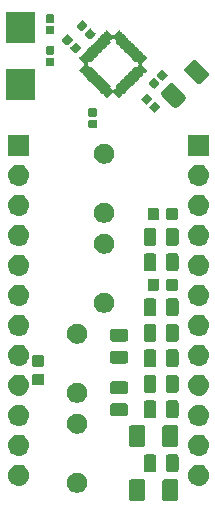
<source format=gts>
G04 #@! TF.GenerationSoftware,KiCad,Pcbnew,(5.1.4)-1*
G04 #@! TF.CreationDate,2021-04-18T09:35:50+09:00*
G04 #@! TF.ProjectId,audio-board-wm8731,61756469-6f2d-4626-9f61-72642d776d38,rev?*
G04 #@! TF.SameCoordinates,Original*
G04 #@! TF.FileFunction,Soldermask,Top*
G04 #@! TF.FilePolarity,Negative*
%FSLAX46Y46*%
G04 Gerber Fmt 4.6, Leading zero omitted, Abs format (unit mm)*
G04 Created by KiCad (PCBNEW (5.1.4)-1) date 2021-04-18 09:35:50*
%MOMM*%
%LPD*%
G04 APERTURE LIST*
%ADD10C,0.100000*%
G04 APERTURE END LIST*
D10*
G36*
X66688604Y-81628347D02*
G01*
X66725144Y-81639432D01*
X66758821Y-81657433D01*
X66788341Y-81681659D01*
X66812567Y-81711179D01*
X66830568Y-81744856D01*
X66841653Y-81781396D01*
X66846000Y-81825538D01*
X66846000Y-83274462D01*
X66841653Y-83318604D01*
X66830568Y-83355144D01*
X66812567Y-83388821D01*
X66788341Y-83418341D01*
X66758821Y-83442567D01*
X66725144Y-83460568D01*
X66688604Y-83471653D01*
X66644462Y-83476000D01*
X65695538Y-83476000D01*
X65651396Y-83471653D01*
X65614856Y-83460568D01*
X65581179Y-83442567D01*
X65551659Y-83418341D01*
X65527433Y-83388821D01*
X65509432Y-83355144D01*
X65498347Y-83318604D01*
X65494000Y-83274462D01*
X65494000Y-81825538D01*
X65498347Y-81781396D01*
X65509432Y-81744856D01*
X65527433Y-81711179D01*
X65551659Y-81681659D01*
X65581179Y-81657433D01*
X65614856Y-81639432D01*
X65651396Y-81628347D01*
X65695538Y-81624000D01*
X66644462Y-81624000D01*
X66688604Y-81628347D01*
X66688604Y-81628347D01*
G37*
G36*
X63888604Y-81628347D02*
G01*
X63925144Y-81639432D01*
X63958821Y-81657433D01*
X63988341Y-81681659D01*
X64012567Y-81711179D01*
X64030568Y-81744856D01*
X64041653Y-81781396D01*
X64046000Y-81825538D01*
X64046000Y-83274462D01*
X64041653Y-83318604D01*
X64030568Y-83355144D01*
X64012567Y-83388821D01*
X63988341Y-83418341D01*
X63958821Y-83442567D01*
X63925144Y-83460568D01*
X63888604Y-83471653D01*
X63844462Y-83476000D01*
X62895538Y-83476000D01*
X62851396Y-83471653D01*
X62814856Y-83460568D01*
X62781179Y-83442567D01*
X62751659Y-83418341D01*
X62727433Y-83388821D01*
X62709432Y-83355144D01*
X62698347Y-83318604D01*
X62694000Y-83274462D01*
X62694000Y-81825538D01*
X62698347Y-81781396D01*
X62709432Y-81744856D01*
X62727433Y-81711179D01*
X62751659Y-81681659D01*
X62781179Y-81657433D01*
X62814856Y-81639432D01*
X62851396Y-81628347D01*
X62895538Y-81624000D01*
X63844462Y-81624000D01*
X63888604Y-81628347D01*
X63888604Y-81628347D01*
G37*
G36*
X58541228Y-81096703D02*
G01*
X58696100Y-81160853D01*
X58835481Y-81253985D01*
X58954015Y-81372519D01*
X59047147Y-81511900D01*
X59111297Y-81666772D01*
X59144000Y-81831184D01*
X59144000Y-81998816D01*
X59111297Y-82163228D01*
X59047147Y-82318100D01*
X58954015Y-82457481D01*
X58835481Y-82576015D01*
X58696100Y-82669147D01*
X58541228Y-82733297D01*
X58376816Y-82766000D01*
X58209184Y-82766000D01*
X58044772Y-82733297D01*
X57889900Y-82669147D01*
X57750519Y-82576015D01*
X57631985Y-82457481D01*
X57538853Y-82318100D01*
X57474703Y-82163228D01*
X57442000Y-81998816D01*
X57442000Y-81831184D01*
X57474703Y-81666772D01*
X57538853Y-81511900D01*
X57631985Y-81372519D01*
X57750519Y-81253985D01*
X57889900Y-81160853D01*
X58044772Y-81096703D01*
X58209184Y-81064000D01*
X58376816Y-81064000D01*
X58541228Y-81096703D01*
X58541228Y-81096703D01*
G37*
G36*
X68690442Y-80385518D02*
G01*
X68756627Y-80392037D01*
X68926466Y-80443557D01*
X69082991Y-80527222D01*
X69118729Y-80556552D01*
X69220186Y-80639814D01*
X69303448Y-80741271D01*
X69332778Y-80777009D01*
X69416443Y-80933534D01*
X69467963Y-81103373D01*
X69485359Y-81280000D01*
X69467963Y-81456627D01*
X69451196Y-81511900D01*
X69416442Y-81626468D01*
X69375429Y-81703198D01*
X69332778Y-81782991D01*
X69326269Y-81790922D01*
X69220186Y-81920186D01*
X69124375Y-81998815D01*
X69082991Y-82032778D01*
X68926466Y-82116443D01*
X68756627Y-82167963D01*
X68690443Y-82174481D01*
X68624260Y-82181000D01*
X68535740Y-82181000D01*
X68469557Y-82174481D01*
X68403373Y-82167963D01*
X68233534Y-82116443D01*
X68077009Y-82032778D01*
X68035625Y-81998815D01*
X67939814Y-81920186D01*
X67833731Y-81790922D01*
X67827222Y-81782991D01*
X67784571Y-81703198D01*
X67743558Y-81626468D01*
X67708804Y-81511900D01*
X67692037Y-81456627D01*
X67674641Y-81280000D01*
X67692037Y-81103373D01*
X67743557Y-80933534D01*
X67827222Y-80777009D01*
X67856552Y-80741271D01*
X67939814Y-80639814D01*
X68041271Y-80556552D01*
X68077009Y-80527222D01*
X68233534Y-80443557D01*
X68403373Y-80392037D01*
X68469558Y-80385518D01*
X68535740Y-80379000D01*
X68624260Y-80379000D01*
X68690442Y-80385518D01*
X68690442Y-80385518D01*
G37*
G36*
X53450442Y-80385518D02*
G01*
X53516627Y-80392037D01*
X53686466Y-80443557D01*
X53842991Y-80527222D01*
X53878729Y-80556552D01*
X53980186Y-80639814D01*
X54063448Y-80741271D01*
X54092778Y-80777009D01*
X54176443Y-80933534D01*
X54227963Y-81103373D01*
X54245359Y-81280000D01*
X54227963Y-81456627D01*
X54211196Y-81511900D01*
X54176442Y-81626468D01*
X54135429Y-81703198D01*
X54092778Y-81782991D01*
X54086269Y-81790922D01*
X53980186Y-81920186D01*
X53884375Y-81998815D01*
X53842991Y-82032778D01*
X53686466Y-82116443D01*
X53516627Y-82167963D01*
X53450443Y-82174481D01*
X53384260Y-82181000D01*
X53295740Y-82181000D01*
X53229557Y-82174481D01*
X53163373Y-82167963D01*
X52993534Y-82116443D01*
X52837009Y-82032778D01*
X52795625Y-81998815D01*
X52699814Y-81920186D01*
X52593731Y-81790922D01*
X52587222Y-81782991D01*
X52544571Y-81703198D01*
X52503558Y-81626468D01*
X52468804Y-81511900D01*
X52452037Y-81456627D01*
X52434641Y-81280000D01*
X52452037Y-81103373D01*
X52503557Y-80933534D01*
X52587222Y-80777009D01*
X52616552Y-80741271D01*
X52699814Y-80639814D01*
X52801271Y-80556552D01*
X52837009Y-80527222D01*
X52993534Y-80443557D01*
X53163373Y-80392037D01*
X53229558Y-80385518D01*
X53295740Y-80379000D01*
X53384260Y-80379000D01*
X53450442Y-80385518D01*
X53450442Y-80385518D01*
G37*
G36*
X66714468Y-79517565D02*
G01*
X66753138Y-79529296D01*
X66788777Y-79548346D01*
X66820017Y-79573983D01*
X66845654Y-79605223D01*
X66864704Y-79640862D01*
X66876435Y-79679532D01*
X66881000Y-79725888D01*
X66881000Y-80802112D01*
X66876435Y-80848468D01*
X66864704Y-80887138D01*
X66845654Y-80922777D01*
X66820017Y-80954017D01*
X66788777Y-80979654D01*
X66753138Y-80998704D01*
X66714468Y-81010435D01*
X66668112Y-81015000D01*
X66016888Y-81015000D01*
X65970532Y-81010435D01*
X65931862Y-80998704D01*
X65896223Y-80979654D01*
X65864983Y-80954017D01*
X65839346Y-80922777D01*
X65820296Y-80887138D01*
X65808565Y-80848468D01*
X65804000Y-80802112D01*
X65804000Y-79725888D01*
X65808565Y-79679532D01*
X65820296Y-79640862D01*
X65839346Y-79605223D01*
X65864983Y-79573983D01*
X65896223Y-79548346D01*
X65931862Y-79529296D01*
X65970532Y-79517565D01*
X66016888Y-79513000D01*
X66668112Y-79513000D01*
X66714468Y-79517565D01*
X66714468Y-79517565D01*
G37*
G36*
X64839468Y-79517565D02*
G01*
X64878138Y-79529296D01*
X64913777Y-79548346D01*
X64945017Y-79573983D01*
X64970654Y-79605223D01*
X64989704Y-79640862D01*
X65001435Y-79679532D01*
X65006000Y-79725888D01*
X65006000Y-80802112D01*
X65001435Y-80848468D01*
X64989704Y-80887138D01*
X64970654Y-80922777D01*
X64945017Y-80954017D01*
X64913777Y-80979654D01*
X64878138Y-80998704D01*
X64839468Y-81010435D01*
X64793112Y-81015000D01*
X64141888Y-81015000D01*
X64095532Y-81010435D01*
X64056862Y-80998704D01*
X64021223Y-80979654D01*
X63989983Y-80954017D01*
X63964346Y-80922777D01*
X63945296Y-80887138D01*
X63933565Y-80848468D01*
X63929000Y-80802112D01*
X63929000Y-79725888D01*
X63933565Y-79679532D01*
X63945296Y-79640862D01*
X63964346Y-79605223D01*
X63989983Y-79573983D01*
X64021223Y-79548346D01*
X64056862Y-79529296D01*
X64095532Y-79517565D01*
X64141888Y-79513000D01*
X64793112Y-79513000D01*
X64839468Y-79517565D01*
X64839468Y-79517565D01*
G37*
G36*
X53450443Y-77845519D02*
G01*
X53516627Y-77852037D01*
X53686466Y-77903557D01*
X53842991Y-77987222D01*
X53878729Y-78016552D01*
X53980186Y-78099814D01*
X54063448Y-78201271D01*
X54092778Y-78237009D01*
X54176443Y-78393534D01*
X54227963Y-78563373D01*
X54245359Y-78740000D01*
X54227963Y-78916627D01*
X54176443Y-79086466D01*
X54092778Y-79242991D01*
X54063448Y-79278729D01*
X53980186Y-79380186D01*
X53878729Y-79463448D01*
X53842991Y-79492778D01*
X53686466Y-79576443D01*
X53516627Y-79627963D01*
X53468906Y-79632663D01*
X53384260Y-79641000D01*
X53295740Y-79641000D01*
X53211094Y-79632663D01*
X53163373Y-79627963D01*
X52993534Y-79576443D01*
X52837009Y-79492778D01*
X52801271Y-79463448D01*
X52699814Y-79380186D01*
X52616552Y-79278729D01*
X52587222Y-79242991D01*
X52503557Y-79086466D01*
X52452037Y-78916627D01*
X52434641Y-78740000D01*
X52452037Y-78563373D01*
X52503557Y-78393534D01*
X52587222Y-78237009D01*
X52616552Y-78201271D01*
X52699814Y-78099814D01*
X52801271Y-78016552D01*
X52837009Y-77987222D01*
X52993534Y-77903557D01*
X53163373Y-77852037D01*
X53229557Y-77845519D01*
X53295740Y-77839000D01*
X53384260Y-77839000D01*
X53450443Y-77845519D01*
X53450443Y-77845519D01*
G37*
G36*
X68690443Y-77845519D02*
G01*
X68756627Y-77852037D01*
X68926466Y-77903557D01*
X69082991Y-77987222D01*
X69118729Y-78016552D01*
X69220186Y-78099814D01*
X69303448Y-78201271D01*
X69332778Y-78237009D01*
X69416443Y-78393534D01*
X69467963Y-78563373D01*
X69485359Y-78740000D01*
X69467963Y-78916627D01*
X69416443Y-79086466D01*
X69332778Y-79242991D01*
X69303448Y-79278729D01*
X69220186Y-79380186D01*
X69118729Y-79463448D01*
X69082991Y-79492778D01*
X68926466Y-79576443D01*
X68756627Y-79627963D01*
X68708906Y-79632663D01*
X68624260Y-79641000D01*
X68535740Y-79641000D01*
X68451094Y-79632663D01*
X68403373Y-79627963D01*
X68233534Y-79576443D01*
X68077009Y-79492778D01*
X68041271Y-79463448D01*
X67939814Y-79380186D01*
X67856552Y-79278729D01*
X67827222Y-79242991D01*
X67743557Y-79086466D01*
X67692037Y-78916627D01*
X67674641Y-78740000D01*
X67692037Y-78563373D01*
X67743557Y-78393534D01*
X67827222Y-78237009D01*
X67856552Y-78201271D01*
X67939814Y-78099814D01*
X68041271Y-78016552D01*
X68077009Y-77987222D01*
X68233534Y-77903557D01*
X68403373Y-77852037D01*
X68469557Y-77845519D01*
X68535740Y-77839000D01*
X68624260Y-77839000D01*
X68690443Y-77845519D01*
X68690443Y-77845519D01*
G37*
G36*
X63888604Y-77056347D02*
G01*
X63925144Y-77067432D01*
X63958821Y-77085433D01*
X63988341Y-77109659D01*
X64012567Y-77139179D01*
X64030568Y-77172856D01*
X64041653Y-77209396D01*
X64046000Y-77253538D01*
X64046000Y-78702462D01*
X64041653Y-78746604D01*
X64030568Y-78783144D01*
X64012567Y-78816821D01*
X63988341Y-78846341D01*
X63958821Y-78870567D01*
X63925144Y-78888568D01*
X63888604Y-78899653D01*
X63844462Y-78904000D01*
X62895538Y-78904000D01*
X62851396Y-78899653D01*
X62814856Y-78888568D01*
X62781179Y-78870567D01*
X62751659Y-78846341D01*
X62727433Y-78816821D01*
X62709432Y-78783144D01*
X62698347Y-78746604D01*
X62694000Y-78702462D01*
X62694000Y-77253538D01*
X62698347Y-77209396D01*
X62709432Y-77172856D01*
X62727433Y-77139179D01*
X62751659Y-77109659D01*
X62781179Y-77085433D01*
X62814856Y-77067432D01*
X62851396Y-77056347D01*
X62895538Y-77052000D01*
X63844462Y-77052000D01*
X63888604Y-77056347D01*
X63888604Y-77056347D01*
G37*
G36*
X66688604Y-77056347D02*
G01*
X66725144Y-77067432D01*
X66758821Y-77085433D01*
X66788341Y-77109659D01*
X66812567Y-77139179D01*
X66830568Y-77172856D01*
X66841653Y-77209396D01*
X66846000Y-77253538D01*
X66846000Y-78702462D01*
X66841653Y-78746604D01*
X66830568Y-78783144D01*
X66812567Y-78816821D01*
X66788341Y-78846341D01*
X66758821Y-78870567D01*
X66725144Y-78888568D01*
X66688604Y-78899653D01*
X66644462Y-78904000D01*
X65695538Y-78904000D01*
X65651396Y-78899653D01*
X65614856Y-78888568D01*
X65581179Y-78870567D01*
X65551659Y-78846341D01*
X65527433Y-78816821D01*
X65509432Y-78783144D01*
X65498347Y-78746604D01*
X65494000Y-78702462D01*
X65494000Y-77253538D01*
X65498347Y-77209396D01*
X65509432Y-77172856D01*
X65527433Y-77139179D01*
X65551659Y-77109659D01*
X65581179Y-77085433D01*
X65614856Y-77067432D01*
X65651396Y-77056347D01*
X65695538Y-77052000D01*
X66644462Y-77052000D01*
X66688604Y-77056347D01*
X66688604Y-77056347D01*
G37*
G36*
X58541228Y-76096703D02*
G01*
X58696100Y-76160853D01*
X58835481Y-76253985D01*
X58954015Y-76372519D01*
X59047147Y-76511900D01*
X59111297Y-76666772D01*
X59144000Y-76831184D01*
X59144000Y-76998816D01*
X59111297Y-77163228D01*
X59047147Y-77318100D01*
X58954015Y-77457481D01*
X58835481Y-77576015D01*
X58696100Y-77669147D01*
X58541228Y-77733297D01*
X58376816Y-77766000D01*
X58209184Y-77766000D01*
X58044772Y-77733297D01*
X57889900Y-77669147D01*
X57750519Y-77576015D01*
X57631985Y-77457481D01*
X57538853Y-77318100D01*
X57474703Y-77163228D01*
X57442000Y-76998816D01*
X57442000Y-76831184D01*
X57474703Y-76666772D01*
X57538853Y-76511900D01*
X57631985Y-76372519D01*
X57750519Y-76253985D01*
X57889900Y-76160853D01*
X58044772Y-76096703D01*
X58209184Y-76064000D01*
X58376816Y-76064000D01*
X58541228Y-76096703D01*
X58541228Y-76096703D01*
G37*
G36*
X68690442Y-75305518D02*
G01*
X68756627Y-75312037D01*
X68926466Y-75363557D01*
X68926468Y-75363558D01*
X69004729Y-75405390D01*
X69082991Y-75447222D01*
X69112269Y-75471250D01*
X69220186Y-75559814D01*
X69303448Y-75661271D01*
X69332778Y-75697009D01*
X69416443Y-75853534D01*
X69467963Y-76023373D01*
X69485359Y-76200000D01*
X69467963Y-76376627D01*
X69416443Y-76546466D01*
X69332778Y-76702991D01*
X69303448Y-76738729D01*
X69220186Y-76840186D01*
X69118729Y-76923448D01*
X69082991Y-76952778D01*
X69082989Y-76952779D01*
X68996863Y-76998815D01*
X68926466Y-77036443D01*
X68756627Y-77087963D01*
X68690442Y-77094482D01*
X68624260Y-77101000D01*
X68535740Y-77101000D01*
X68469558Y-77094482D01*
X68403373Y-77087963D01*
X68233534Y-77036443D01*
X68163138Y-76998815D01*
X68077011Y-76952779D01*
X68077009Y-76952778D01*
X68041271Y-76923448D01*
X67939814Y-76840186D01*
X67856552Y-76738729D01*
X67827222Y-76702991D01*
X67743557Y-76546466D01*
X67692037Y-76376627D01*
X67674641Y-76200000D01*
X67692037Y-76023373D01*
X67743557Y-75853534D01*
X67827222Y-75697009D01*
X67856552Y-75661271D01*
X67939814Y-75559814D01*
X68047731Y-75471250D01*
X68077009Y-75447222D01*
X68155271Y-75405390D01*
X68233532Y-75363558D01*
X68233534Y-75363557D01*
X68403373Y-75312037D01*
X68469558Y-75305518D01*
X68535740Y-75299000D01*
X68624260Y-75299000D01*
X68690442Y-75305518D01*
X68690442Y-75305518D01*
G37*
G36*
X53450442Y-75305518D02*
G01*
X53516627Y-75312037D01*
X53686466Y-75363557D01*
X53686468Y-75363558D01*
X53764729Y-75405390D01*
X53842991Y-75447222D01*
X53872269Y-75471250D01*
X53980186Y-75559814D01*
X54063448Y-75661271D01*
X54092778Y-75697009D01*
X54176443Y-75853534D01*
X54227963Y-76023373D01*
X54245359Y-76200000D01*
X54227963Y-76376627D01*
X54176443Y-76546466D01*
X54092778Y-76702991D01*
X54063448Y-76738729D01*
X53980186Y-76840186D01*
X53878729Y-76923448D01*
X53842991Y-76952778D01*
X53842989Y-76952779D01*
X53756863Y-76998815D01*
X53686466Y-77036443D01*
X53516627Y-77087963D01*
X53450442Y-77094482D01*
X53384260Y-77101000D01*
X53295740Y-77101000D01*
X53229558Y-77094482D01*
X53163373Y-77087963D01*
X52993534Y-77036443D01*
X52923138Y-76998815D01*
X52837011Y-76952779D01*
X52837009Y-76952778D01*
X52801271Y-76923448D01*
X52699814Y-76840186D01*
X52616552Y-76738729D01*
X52587222Y-76702991D01*
X52503557Y-76546466D01*
X52452037Y-76376627D01*
X52434641Y-76200000D01*
X52452037Y-76023373D01*
X52503557Y-75853534D01*
X52587222Y-75697009D01*
X52616552Y-75661271D01*
X52699814Y-75559814D01*
X52807731Y-75471250D01*
X52837009Y-75447222D01*
X52915271Y-75405390D01*
X52993532Y-75363558D01*
X52993534Y-75363557D01*
X53163373Y-75312037D01*
X53229558Y-75305518D01*
X53295740Y-75299000D01*
X53384260Y-75299000D01*
X53450442Y-75305518D01*
X53450442Y-75305518D01*
G37*
G36*
X64839468Y-74945565D02*
G01*
X64878138Y-74957296D01*
X64913777Y-74976346D01*
X64945017Y-75001983D01*
X64970654Y-75033223D01*
X64989704Y-75068862D01*
X65001435Y-75107532D01*
X65006000Y-75153888D01*
X65006000Y-76230112D01*
X65001435Y-76276468D01*
X64989704Y-76315138D01*
X64970654Y-76350777D01*
X64945017Y-76382017D01*
X64913777Y-76407654D01*
X64878138Y-76426704D01*
X64839468Y-76438435D01*
X64793112Y-76443000D01*
X64141888Y-76443000D01*
X64095532Y-76438435D01*
X64056862Y-76426704D01*
X64021223Y-76407654D01*
X63989983Y-76382017D01*
X63964346Y-76350777D01*
X63945296Y-76315138D01*
X63933565Y-76276468D01*
X63929000Y-76230112D01*
X63929000Y-75153888D01*
X63933565Y-75107532D01*
X63945296Y-75068862D01*
X63964346Y-75033223D01*
X63989983Y-75001983D01*
X64021223Y-74976346D01*
X64056862Y-74957296D01*
X64095532Y-74945565D01*
X64141888Y-74941000D01*
X64793112Y-74941000D01*
X64839468Y-74945565D01*
X64839468Y-74945565D01*
G37*
G36*
X66714468Y-74945565D02*
G01*
X66753138Y-74957296D01*
X66788777Y-74976346D01*
X66820017Y-75001983D01*
X66845654Y-75033223D01*
X66864704Y-75068862D01*
X66876435Y-75107532D01*
X66881000Y-75153888D01*
X66881000Y-76230112D01*
X66876435Y-76276468D01*
X66864704Y-76315138D01*
X66845654Y-76350777D01*
X66820017Y-76382017D01*
X66788777Y-76407654D01*
X66753138Y-76426704D01*
X66714468Y-76438435D01*
X66668112Y-76443000D01*
X66016888Y-76443000D01*
X65970532Y-76438435D01*
X65931862Y-76426704D01*
X65896223Y-76407654D01*
X65864983Y-76382017D01*
X65839346Y-76350777D01*
X65820296Y-76315138D01*
X65808565Y-76276468D01*
X65804000Y-76230112D01*
X65804000Y-75153888D01*
X65808565Y-75107532D01*
X65820296Y-75068862D01*
X65839346Y-75033223D01*
X65864983Y-75001983D01*
X65896223Y-74976346D01*
X65931862Y-74957296D01*
X65970532Y-74945565D01*
X66016888Y-74941000D01*
X66668112Y-74941000D01*
X66714468Y-74945565D01*
X66714468Y-74945565D01*
G37*
G36*
X62433468Y-75206565D02*
G01*
X62472138Y-75218296D01*
X62507777Y-75237346D01*
X62539017Y-75262983D01*
X62564654Y-75294223D01*
X62583704Y-75329862D01*
X62595435Y-75368532D01*
X62600000Y-75414888D01*
X62600000Y-76066112D01*
X62595435Y-76112468D01*
X62583704Y-76151138D01*
X62564654Y-76186777D01*
X62539017Y-76218017D01*
X62507777Y-76243654D01*
X62472138Y-76262704D01*
X62433468Y-76274435D01*
X62387112Y-76279000D01*
X61310888Y-76279000D01*
X61264532Y-76274435D01*
X61225862Y-76262704D01*
X61190223Y-76243654D01*
X61158983Y-76218017D01*
X61133346Y-76186777D01*
X61114296Y-76151138D01*
X61102565Y-76112468D01*
X61098000Y-76066112D01*
X61098000Y-75414888D01*
X61102565Y-75368532D01*
X61114296Y-75329862D01*
X61133346Y-75294223D01*
X61158983Y-75262983D01*
X61190223Y-75237346D01*
X61225862Y-75218296D01*
X61264532Y-75206565D01*
X61310888Y-75202000D01*
X62387112Y-75202000D01*
X62433468Y-75206565D01*
X62433468Y-75206565D01*
G37*
G36*
X58541228Y-73476703D02*
G01*
X58696100Y-73540853D01*
X58835481Y-73633985D01*
X58954015Y-73752519D01*
X59047147Y-73891900D01*
X59111297Y-74046772D01*
X59144000Y-74211184D01*
X59144000Y-74378816D01*
X59111297Y-74543228D01*
X59047147Y-74698100D01*
X58954015Y-74837481D01*
X58835481Y-74956015D01*
X58696100Y-75049147D01*
X58541228Y-75113297D01*
X58376816Y-75146000D01*
X58209184Y-75146000D01*
X58044772Y-75113297D01*
X57889900Y-75049147D01*
X57750519Y-74956015D01*
X57631985Y-74837481D01*
X57538853Y-74698100D01*
X57474703Y-74543228D01*
X57442000Y-74378816D01*
X57442000Y-74211184D01*
X57474703Y-74046772D01*
X57538853Y-73891900D01*
X57631985Y-73752519D01*
X57750519Y-73633985D01*
X57889900Y-73540853D01*
X58044772Y-73476703D01*
X58209184Y-73444000D01*
X58376816Y-73444000D01*
X58541228Y-73476703D01*
X58541228Y-73476703D01*
G37*
G36*
X53450442Y-72765518D02*
G01*
X53516627Y-72772037D01*
X53686466Y-72823557D01*
X53842991Y-72907222D01*
X53874706Y-72933250D01*
X53980186Y-73019814D01*
X54063448Y-73121271D01*
X54092778Y-73157009D01*
X54176443Y-73313534D01*
X54220386Y-73458395D01*
X54229762Y-73481029D01*
X54243375Y-73501403D01*
X54260702Y-73518730D01*
X54270408Y-73525216D01*
X54269011Y-73526613D01*
X54255397Y-73546987D01*
X54246020Y-73569626D01*
X54241239Y-73593660D01*
X54241239Y-73618164D01*
X54245359Y-73660000D01*
X54227963Y-73836627D01*
X54176443Y-74006466D01*
X54092778Y-74162991D01*
X54069154Y-74191777D01*
X53980186Y-74300186D01*
X53908979Y-74358623D01*
X53842991Y-74412778D01*
X53686466Y-74496443D01*
X53516627Y-74547963D01*
X53450442Y-74554482D01*
X53384260Y-74561000D01*
X53295740Y-74561000D01*
X53229558Y-74554482D01*
X53163373Y-74547963D01*
X52993534Y-74496443D01*
X52837009Y-74412778D01*
X52771021Y-74358623D01*
X52699814Y-74300186D01*
X52610846Y-74191777D01*
X52587222Y-74162991D01*
X52503557Y-74006466D01*
X52452037Y-73836627D01*
X52434641Y-73660000D01*
X52452037Y-73483373D01*
X52503557Y-73313534D01*
X52587222Y-73157009D01*
X52616552Y-73121271D01*
X52699814Y-73019814D01*
X52805294Y-72933250D01*
X52837009Y-72907222D01*
X52993534Y-72823557D01*
X53163373Y-72772037D01*
X53229558Y-72765518D01*
X53295740Y-72759000D01*
X53384260Y-72759000D01*
X53450442Y-72765518D01*
X53450442Y-72765518D01*
G37*
G36*
X68690442Y-72765518D02*
G01*
X68756627Y-72772037D01*
X68926466Y-72823557D01*
X69082991Y-72907222D01*
X69114706Y-72933250D01*
X69220186Y-73019814D01*
X69303448Y-73121271D01*
X69332778Y-73157009D01*
X69416443Y-73313534D01*
X69467963Y-73483373D01*
X69485359Y-73660000D01*
X69467963Y-73836627D01*
X69416443Y-74006466D01*
X69332778Y-74162991D01*
X69309154Y-74191777D01*
X69220186Y-74300186D01*
X69148979Y-74358623D01*
X69082991Y-74412778D01*
X68926466Y-74496443D01*
X68756627Y-74547963D01*
X68690442Y-74554482D01*
X68624260Y-74561000D01*
X68535740Y-74561000D01*
X68469558Y-74554482D01*
X68403373Y-74547963D01*
X68233534Y-74496443D01*
X68077009Y-74412778D01*
X68011021Y-74358623D01*
X67939814Y-74300186D01*
X67850846Y-74191777D01*
X67827222Y-74162991D01*
X67743557Y-74006466D01*
X67692037Y-73836627D01*
X67674641Y-73660000D01*
X67692037Y-73483373D01*
X67743557Y-73313534D01*
X67827222Y-73157009D01*
X67856552Y-73121271D01*
X67939814Y-73019814D01*
X68045294Y-72933250D01*
X68077009Y-72907222D01*
X68233534Y-72823557D01*
X68403373Y-72772037D01*
X68469558Y-72765518D01*
X68535740Y-72759000D01*
X68624260Y-72759000D01*
X68690442Y-72765518D01*
X68690442Y-72765518D01*
G37*
G36*
X62433468Y-73331565D02*
G01*
X62472138Y-73343296D01*
X62507777Y-73362346D01*
X62539017Y-73387983D01*
X62564654Y-73419223D01*
X62583704Y-73454862D01*
X62595435Y-73493532D01*
X62600000Y-73539888D01*
X62600000Y-74191112D01*
X62595435Y-74237468D01*
X62583704Y-74276138D01*
X62564654Y-74311777D01*
X62539017Y-74343017D01*
X62507777Y-74368654D01*
X62472138Y-74387704D01*
X62433468Y-74399435D01*
X62387112Y-74404000D01*
X61310888Y-74404000D01*
X61264532Y-74399435D01*
X61225862Y-74387704D01*
X61190223Y-74368654D01*
X61158983Y-74343017D01*
X61133346Y-74311777D01*
X61114296Y-74276138D01*
X61102565Y-74237468D01*
X61098000Y-74191112D01*
X61098000Y-73539888D01*
X61102565Y-73493532D01*
X61114296Y-73454862D01*
X61133346Y-73419223D01*
X61158983Y-73387983D01*
X61190223Y-73362346D01*
X61225862Y-73343296D01*
X61264532Y-73331565D01*
X61310888Y-73327000D01*
X62387112Y-73327000D01*
X62433468Y-73331565D01*
X62433468Y-73331565D01*
G37*
G36*
X64839468Y-72786565D02*
G01*
X64878138Y-72798296D01*
X64913777Y-72817346D01*
X64945017Y-72842983D01*
X64970654Y-72874223D01*
X64989704Y-72909862D01*
X65001435Y-72948532D01*
X65006000Y-72994888D01*
X65006000Y-74071112D01*
X65001435Y-74117468D01*
X64989704Y-74156138D01*
X64970654Y-74191777D01*
X64945017Y-74223017D01*
X64913777Y-74248654D01*
X64878138Y-74267704D01*
X64839468Y-74279435D01*
X64793112Y-74284000D01*
X64141888Y-74284000D01*
X64095532Y-74279435D01*
X64056862Y-74267704D01*
X64021223Y-74248654D01*
X63989983Y-74223017D01*
X63964346Y-74191777D01*
X63945296Y-74156138D01*
X63933565Y-74117468D01*
X63929000Y-74071112D01*
X63929000Y-72994888D01*
X63933565Y-72948532D01*
X63945296Y-72909862D01*
X63964346Y-72874223D01*
X63989983Y-72842983D01*
X64021223Y-72817346D01*
X64056862Y-72798296D01*
X64095532Y-72786565D01*
X64141888Y-72782000D01*
X64793112Y-72782000D01*
X64839468Y-72786565D01*
X64839468Y-72786565D01*
G37*
G36*
X66714468Y-72786565D02*
G01*
X66753138Y-72798296D01*
X66788777Y-72817346D01*
X66820017Y-72842983D01*
X66845654Y-72874223D01*
X66864704Y-72909862D01*
X66876435Y-72948532D01*
X66881000Y-72994888D01*
X66881000Y-74071112D01*
X66876435Y-74117468D01*
X66864704Y-74156138D01*
X66845654Y-74191777D01*
X66820017Y-74223017D01*
X66788777Y-74248654D01*
X66753138Y-74267704D01*
X66714468Y-74279435D01*
X66668112Y-74284000D01*
X66016888Y-74284000D01*
X65970532Y-74279435D01*
X65931862Y-74267704D01*
X65896223Y-74248654D01*
X65864983Y-74223017D01*
X65839346Y-74191777D01*
X65820296Y-74156138D01*
X65808565Y-74117468D01*
X65804000Y-74071112D01*
X65804000Y-72994888D01*
X65808565Y-72948532D01*
X65820296Y-72909862D01*
X65839346Y-72874223D01*
X65864983Y-72842983D01*
X65896223Y-72817346D01*
X65931862Y-72798296D01*
X65970532Y-72786565D01*
X66016888Y-72782000D01*
X66668112Y-72782000D01*
X66714468Y-72786565D01*
X66714468Y-72786565D01*
G37*
G36*
X55370591Y-72693085D02*
G01*
X55404569Y-72703393D01*
X55435890Y-72720134D01*
X55463339Y-72742661D01*
X55485866Y-72770110D01*
X55502607Y-72801431D01*
X55512915Y-72835409D01*
X55517000Y-72876890D01*
X55517000Y-73478110D01*
X55512915Y-73519591D01*
X55502607Y-73553569D01*
X55485866Y-73584890D01*
X55463339Y-73612339D01*
X55435890Y-73634866D01*
X55404569Y-73651607D01*
X55370591Y-73661915D01*
X55329110Y-73666000D01*
X54652890Y-73666000D01*
X54611409Y-73661915D01*
X54577431Y-73651607D01*
X54546110Y-73634866D01*
X54518661Y-73612339D01*
X54496133Y-73584888D01*
X54475875Y-73546988D01*
X54462262Y-73526614D01*
X54444935Y-73509287D01*
X54435229Y-73502801D01*
X54436626Y-73501404D01*
X54450240Y-73481029D01*
X54459618Y-73458391D01*
X54464398Y-73434357D01*
X54465000Y-73422105D01*
X54465000Y-72876890D01*
X54469085Y-72835409D01*
X54479393Y-72801431D01*
X54496134Y-72770110D01*
X54518661Y-72742661D01*
X54546110Y-72720134D01*
X54577431Y-72703393D01*
X54611409Y-72693085D01*
X54652890Y-72689000D01*
X55329110Y-72689000D01*
X55370591Y-72693085D01*
X55370591Y-72693085D01*
G37*
G36*
X64839468Y-70627565D02*
G01*
X64878138Y-70639296D01*
X64913777Y-70658346D01*
X64945017Y-70683983D01*
X64970654Y-70715223D01*
X64989704Y-70750862D01*
X65001435Y-70789532D01*
X65006000Y-70835888D01*
X65006000Y-71912112D01*
X65001435Y-71958468D01*
X64989704Y-71997138D01*
X64970654Y-72032777D01*
X64945017Y-72064017D01*
X64913777Y-72089654D01*
X64878138Y-72108704D01*
X64839468Y-72120435D01*
X64793112Y-72125000D01*
X64141888Y-72125000D01*
X64095532Y-72120435D01*
X64056862Y-72108704D01*
X64021223Y-72089654D01*
X63989983Y-72064017D01*
X63964346Y-72032777D01*
X63945296Y-71997138D01*
X63933565Y-71958468D01*
X63929000Y-71912112D01*
X63929000Y-70835888D01*
X63933565Y-70789532D01*
X63945296Y-70750862D01*
X63964346Y-70715223D01*
X63989983Y-70683983D01*
X64021223Y-70658346D01*
X64056862Y-70639296D01*
X64095532Y-70627565D01*
X64141888Y-70623000D01*
X64793112Y-70623000D01*
X64839468Y-70627565D01*
X64839468Y-70627565D01*
G37*
G36*
X66714468Y-70627565D02*
G01*
X66753138Y-70639296D01*
X66788777Y-70658346D01*
X66820017Y-70683983D01*
X66845654Y-70715223D01*
X66864704Y-70750862D01*
X66876435Y-70789532D01*
X66881000Y-70835888D01*
X66881000Y-71912112D01*
X66876435Y-71958468D01*
X66864704Y-71997138D01*
X66845654Y-72032777D01*
X66820017Y-72064017D01*
X66788777Y-72089654D01*
X66753138Y-72108704D01*
X66714468Y-72120435D01*
X66668112Y-72125000D01*
X66016888Y-72125000D01*
X65970532Y-72120435D01*
X65931862Y-72108704D01*
X65896223Y-72089654D01*
X65864983Y-72064017D01*
X65839346Y-72032777D01*
X65820296Y-71997138D01*
X65808565Y-71958468D01*
X65804000Y-71912112D01*
X65804000Y-70835888D01*
X65808565Y-70789532D01*
X65820296Y-70750862D01*
X65839346Y-70715223D01*
X65864983Y-70683983D01*
X65896223Y-70658346D01*
X65931862Y-70639296D01*
X65970532Y-70627565D01*
X66016888Y-70623000D01*
X66668112Y-70623000D01*
X66714468Y-70627565D01*
X66714468Y-70627565D01*
G37*
G36*
X55370591Y-71118085D02*
G01*
X55404569Y-71128393D01*
X55435890Y-71145134D01*
X55463339Y-71167661D01*
X55485866Y-71195110D01*
X55502607Y-71226431D01*
X55512915Y-71260409D01*
X55517000Y-71301890D01*
X55517000Y-71903110D01*
X55512915Y-71944591D01*
X55502607Y-71978569D01*
X55485866Y-72009890D01*
X55463339Y-72037339D01*
X55435890Y-72059866D01*
X55404569Y-72076607D01*
X55370591Y-72086915D01*
X55329110Y-72091000D01*
X54652890Y-72091000D01*
X54611409Y-72086915D01*
X54577431Y-72076607D01*
X54546110Y-72059866D01*
X54518661Y-72037339D01*
X54496134Y-72009890D01*
X54479393Y-71978569D01*
X54469085Y-71944591D01*
X54465000Y-71903110D01*
X54465000Y-71357895D01*
X54462598Y-71333509D01*
X54455485Y-71310060D01*
X54443934Y-71288449D01*
X54434888Y-71277426D01*
X54444935Y-71270713D01*
X54462262Y-71253386D01*
X54475875Y-71233012D01*
X54496133Y-71195112D01*
X54518661Y-71167661D01*
X54546110Y-71145134D01*
X54577431Y-71128393D01*
X54611409Y-71118085D01*
X54652890Y-71114000D01*
X55329110Y-71114000D01*
X55370591Y-71118085D01*
X55370591Y-71118085D01*
G37*
G36*
X53450442Y-70225518D02*
G01*
X53516627Y-70232037D01*
X53686466Y-70283557D01*
X53842991Y-70367222D01*
X53878729Y-70396552D01*
X53980186Y-70479814D01*
X54063448Y-70581271D01*
X54092778Y-70617009D01*
X54092779Y-70617011D01*
X54164325Y-70750862D01*
X54176443Y-70773534D01*
X54227963Y-70943373D01*
X54244768Y-71114000D01*
X54245359Y-71120000D01*
X54241239Y-71161836D01*
X54241239Y-71186341D01*
X54246020Y-71210374D01*
X54255397Y-71233013D01*
X54269011Y-71253387D01*
X54270023Y-71254399D01*
X54251613Y-71269507D01*
X54236068Y-71288449D01*
X54224517Y-71310060D01*
X54220387Y-71321601D01*
X54176443Y-71466466D01*
X54092778Y-71622991D01*
X54063448Y-71658729D01*
X53980186Y-71760186D01*
X53890242Y-71834000D01*
X53842991Y-71872778D01*
X53686466Y-71956443D01*
X53516627Y-72007963D01*
X53450443Y-72014481D01*
X53384260Y-72021000D01*
X53295740Y-72021000D01*
X53229557Y-72014481D01*
X53163373Y-72007963D01*
X52993534Y-71956443D01*
X52837009Y-71872778D01*
X52789758Y-71834000D01*
X52699814Y-71760186D01*
X52616552Y-71658729D01*
X52587222Y-71622991D01*
X52503557Y-71466466D01*
X52452037Y-71296627D01*
X52434641Y-71120000D01*
X52452037Y-70943373D01*
X52503557Y-70773534D01*
X52515676Y-70750862D01*
X52587221Y-70617011D01*
X52587222Y-70617009D01*
X52616552Y-70581271D01*
X52699814Y-70479814D01*
X52801271Y-70396552D01*
X52837009Y-70367222D01*
X52993534Y-70283557D01*
X53163373Y-70232037D01*
X53229558Y-70225518D01*
X53295740Y-70219000D01*
X53384260Y-70219000D01*
X53450442Y-70225518D01*
X53450442Y-70225518D01*
G37*
G36*
X68690442Y-70225518D02*
G01*
X68756627Y-70232037D01*
X68926466Y-70283557D01*
X69082991Y-70367222D01*
X69118729Y-70396552D01*
X69220186Y-70479814D01*
X69303448Y-70581271D01*
X69332778Y-70617009D01*
X69332779Y-70617011D01*
X69404325Y-70750862D01*
X69416443Y-70773534D01*
X69467963Y-70943373D01*
X69485359Y-71120000D01*
X69467963Y-71296627D01*
X69416443Y-71466466D01*
X69332778Y-71622991D01*
X69303448Y-71658729D01*
X69220186Y-71760186D01*
X69130242Y-71834000D01*
X69082991Y-71872778D01*
X68926466Y-71956443D01*
X68756627Y-72007963D01*
X68690443Y-72014481D01*
X68624260Y-72021000D01*
X68535740Y-72021000D01*
X68469557Y-72014481D01*
X68403373Y-72007963D01*
X68233534Y-71956443D01*
X68077009Y-71872778D01*
X68029758Y-71834000D01*
X67939814Y-71760186D01*
X67856552Y-71658729D01*
X67827222Y-71622991D01*
X67743557Y-71466466D01*
X67692037Y-71296627D01*
X67674641Y-71120000D01*
X67692037Y-70943373D01*
X67743557Y-70773534D01*
X67755676Y-70750862D01*
X67827221Y-70617011D01*
X67827222Y-70617009D01*
X67856552Y-70581271D01*
X67939814Y-70479814D01*
X68041271Y-70396552D01*
X68077009Y-70367222D01*
X68233534Y-70283557D01*
X68403373Y-70232037D01*
X68469558Y-70225518D01*
X68535740Y-70219000D01*
X68624260Y-70219000D01*
X68690442Y-70225518D01*
X68690442Y-70225518D01*
G37*
G36*
X62433468Y-70761565D02*
G01*
X62472138Y-70773296D01*
X62507777Y-70792346D01*
X62539017Y-70817983D01*
X62564654Y-70849223D01*
X62583704Y-70884862D01*
X62595435Y-70923532D01*
X62600000Y-70969888D01*
X62600000Y-71621112D01*
X62595435Y-71667468D01*
X62583704Y-71706138D01*
X62564654Y-71741777D01*
X62539017Y-71773017D01*
X62507777Y-71798654D01*
X62472138Y-71817704D01*
X62433468Y-71829435D01*
X62387112Y-71834000D01*
X61310888Y-71834000D01*
X61264532Y-71829435D01*
X61225862Y-71817704D01*
X61190223Y-71798654D01*
X61158983Y-71773017D01*
X61133346Y-71741777D01*
X61114296Y-71706138D01*
X61102565Y-71667468D01*
X61098000Y-71621112D01*
X61098000Y-70969888D01*
X61102565Y-70923532D01*
X61114296Y-70884862D01*
X61133346Y-70849223D01*
X61158983Y-70817983D01*
X61190223Y-70792346D01*
X61225862Y-70773296D01*
X61264532Y-70761565D01*
X61310888Y-70757000D01*
X62387112Y-70757000D01*
X62433468Y-70761565D01*
X62433468Y-70761565D01*
G37*
G36*
X58541228Y-68476703D02*
G01*
X58696100Y-68540853D01*
X58835481Y-68633985D01*
X58954015Y-68752519D01*
X59047147Y-68891900D01*
X59111297Y-69046772D01*
X59144000Y-69211184D01*
X59144000Y-69378816D01*
X59111297Y-69543228D01*
X59047147Y-69698100D01*
X58954015Y-69837481D01*
X58835481Y-69956015D01*
X58696100Y-70049147D01*
X58541228Y-70113297D01*
X58376816Y-70146000D01*
X58209184Y-70146000D01*
X58044772Y-70113297D01*
X57889900Y-70049147D01*
X57750519Y-69956015D01*
X57631985Y-69837481D01*
X57538853Y-69698100D01*
X57474703Y-69543228D01*
X57442000Y-69378816D01*
X57442000Y-69211184D01*
X57474703Y-69046772D01*
X57538853Y-68891900D01*
X57631985Y-68752519D01*
X57750519Y-68633985D01*
X57889900Y-68540853D01*
X58044772Y-68476703D01*
X58209184Y-68444000D01*
X58376816Y-68444000D01*
X58541228Y-68476703D01*
X58541228Y-68476703D01*
G37*
G36*
X66714468Y-68468565D02*
G01*
X66753138Y-68480296D01*
X66788777Y-68499346D01*
X66820017Y-68524983D01*
X66845654Y-68556223D01*
X66864704Y-68591862D01*
X66876435Y-68630532D01*
X66881000Y-68676888D01*
X66881000Y-69753112D01*
X66876435Y-69799468D01*
X66864704Y-69838138D01*
X66845654Y-69873777D01*
X66820017Y-69905017D01*
X66788777Y-69930654D01*
X66753138Y-69949704D01*
X66714468Y-69961435D01*
X66668112Y-69966000D01*
X66016888Y-69966000D01*
X65970532Y-69961435D01*
X65931862Y-69949704D01*
X65896223Y-69930654D01*
X65864983Y-69905017D01*
X65839346Y-69873777D01*
X65820296Y-69838138D01*
X65808565Y-69799468D01*
X65804000Y-69753112D01*
X65804000Y-68676888D01*
X65808565Y-68630532D01*
X65820296Y-68591862D01*
X65839346Y-68556223D01*
X65864983Y-68524983D01*
X65896223Y-68499346D01*
X65931862Y-68480296D01*
X65970532Y-68468565D01*
X66016888Y-68464000D01*
X66668112Y-68464000D01*
X66714468Y-68468565D01*
X66714468Y-68468565D01*
G37*
G36*
X64839468Y-68468565D02*
G01*
X64878138Y-68480296D01*
X64913777Y-68499346D01*
X64945017Y-68524983D01*
X64970654Y-68556223D01*
X64989704Y-68591862D01*
X65001435Y-68630532D01*
X65006000Y-68676888D01*
X65006000Y-69753112D01*
X65001435Y-69799468D01*
X64989704Y-69838138D01*
X64970654Y-69873777D01*
X64945017Y-69905017D01*
X64913777Y-69930654D01*
X64878138Y-69949704D01*
X64839468Y-69961435D01*
X64793112Y-69966000D01*
X64141888Y-69966000D01*
X64095532Y-69961435D01*
X64056862Y-69949704D01*
X64021223Y-69930654D01*
X63989983Y-69905017D01*
X63964346Y-69873777D01*
X63945296Y-69838138D01*
X63933565Y-69799468D01*
X63929000Y-69753112D01*
X63929000Y-68676888D01*
X63933565Y-68630532D01*
X63945296Y-68591862D01*
X63964346Y-68556223D01*
X63989983Y-68524983D01*
X64021223Y-68499346D01*
X64056862Y-68480296D01*
X64095532Y-68468565D01*
X64141888Y-68464000D01*
X64793112Y-68464000D01*
X64839468Y-68468565D01*
X64839468Y-68468565D01*
G37*
G36*
X62433468Y-68886565D02*
G01*
X62472138Y-68898296D01*
X62507777Y-68917346D01*
X62539017Y-68942983D01*
X62564654Y-68974223D01*
X62583704Y-69009862D01*
X62595435Y-69048532D01*
X62600000Y-69094888D01*
X62600000Y-69746112D01*
X62595435Y-69792468D01*
X62583704Y-69831138D01*
X62564654Y-69866777D01*
X62539017Y-69898017D01*
X62507777Y-69923654D01*
X62472138Y-69942704D01*
X62433468Y-69954435D01*
X62387112Y-69959000D01*
X61310888Y-69959000D01*
X61264532Y-69954435D01*
X61225862Y-69942704D01*
X61190223Y-69923654D01*
X61158983Y-69898017D01*
X61133346Y-69866777D01*
X61114296Y-69831138D01*
X61102565Y-69792468D01*
X61098000Y-69746112D01*
X61098000Y-69094888D01*
X61102565Y-69048532D01*
X61114296Y-69009862D01*
X61133346Y-68974223D01*
X61158983Y-68942983D01*
X61190223Y-68917346D01*
X61225862Y-68898296D01*
X61264532Y-68886565D01*
X61310888Y-68882000D01*
X62387112Y-68882000D01*
X62433468Y-68886565D01*
X62433468Y-68886565D01*
G37*
G36*
X68690443Y-67685519D02*
G01*
X68756627Y-67692037D01*
X68926466Y-67743557D01*
X69082991Y-67827222D01*
X69118729Y-67856552D01*
X69220186Y-67939814D01*
X69303448Y-68041271D01*
X69332778Y-68077009D01*
X69416443Y-68233534D01*
X69467963Y-68403373D01*
X69485359Y-68580000D01*
X69467963Y-68756627D01*
X69416443Y-68926466D01*
X69332778Y-69082991D01*
X69303448Y-69118729D01*
X69220186Y-69220186D01*
X69118729Y-69303448D01*
X69082991Y-69332778D01*
X69082989Y-69332779D01*
X68996863Y-69378815D01*
X68926466Y-69416443D01*
X68756627Y-69467963D01*
X68690442Y-69474482D01*
X68624260Y-69481000D01*
X68535740Y-69481000D01*
X68469558Y-69474482D01*
X68403373Y-69467963D01*
X68233534Y-69416443D01*
X68163138Y-69378815D01*
X68077011Y-69332779D01*
X68077009Y-69332778D01*
X68041271Y-69303448D01*
X67939814Y-69220186D01*
X67856552Y-69118729D01*
X67827222Y-69082991D01*
X67743557Y-68926466D01*
X67692037Y-68756627D01*
X67674641Y-68580000D01*
X67692037Y-68403373D01*
X67743557Y-68233534D01*
X67827222Y-68077009D01*
X67856552Y-68041271D01*
X67939814Y-67939814D01*
X68041271Y-67856552D01*
X68077009Y-67827222D01*
X68233534Y-67743557D01*
X68403373Y-67692037D01*
X68469557Y-67685519D01*
X68535740Y-67679000D01*
X68624260Y-67679000D01*
X68690443Y-67685519D01*
X68690443Y-67685519D01*
G37*
G36*
X53450443Y-67685519D02*
G01*
X53516627Y-67692037D01*
X53686466Y-67743557D01*
X53842991Y-67827222D01*
X53878729Y-67856552D01*
X53980186Y-67939814D01*
X54063448Y-68041271D01*
X54092778Y-68077009D01*
X54176443Y-68233534D01*
X54227963Y-68403373D01*
X54245359Y-68580000D01*
X54227963Y-68756627D01*
X54176443Y-68926466D01*
X54092778Y-69082991D01*
X54063448Y-69118729D01*
X53980186Y-69220186D01*
X53878729Y-69303448D01*
X53842991Y-69332778D01*
X53842989Y-69332779D01*
X53756863Y-69378815D01*
X53686466Y-69416443D01*
X53516627Y-69467963D01*
X53450442Y-69474482D01*
X53384260Y-69481000D01*
X53295740Y-69481000D01*
X53229558Y-69474482D01*
X53163373Y-69467963D01*
X52993534Y-69416443D01*
X52923138Y-69378815D01*
X52837011Y-69332779D01*
X52837009Y-69332778D01*
X52801271Y-69303448D01*
X52699814Y-69220186D01*
X52616552Y-69118729D01*
X52587222Y-69082991D01*
X52503557Y-68926466D01*
X52452037Y-68756627D01*
X52434641Y-68580000D01*
X52452037Y-68403373D01*
X52503557Y-68233534D01*
X52587222Y-68077009D01*
X52616552Y-68041271D01*
X52699814Y-67939814D01*
X52801271Y-67856552D01*
X52837009Y-67827222D01*
X52993534Y-67743557D01*
X53163373Y-67692037D01*
X53229557Y-67685519D01*
X53295740Y-67679000D01*
X53384260Y-67679000D01*
X53450443Y-67685519D01*
X53450443Y-67685519D01*
G37*
G36*
X66714468Y-66309565D02*
G01*
X66753138Y-66321296D01*
X66788777Y-66340346D01*
X66820017Y-66365983D01*
X66845654Y-66397223D01*
X66864704Y-66432862D01*
X66876435Y-66471532D01*
X66881000Y-66517888D01*
X66881000Y-67594112D01*
X66876435Y-67640468D01*
X66864704Y-67679138D01*
X66845654Y-67714777D01*
X66820017Y-67746017D01*
X66788777Y-67771654D01*
X66753138Y-67790704D01*
X66714468Y-67802435D01*
X66668112Y-67807000D01*
X66016888Y-67807000D01*
X65970532Y-67802435D01*
X65931862Y-67790704D01*
X65896223Y-67771654D01*
X65864983Y-67746017D01*
X65839346Y-67714777D01*
X65820296Y-67679138D01*
X65808565Y-67640468D01*
X65804000Y-67594112D01*
X65804000Y-66517888D01*
X65808565Y-66471532D01*
X65820296Y-66432862D01*
X65839346Y-66397223D01*
X65864983Y-66365983D01*
X65896223Y-66340346D01*
X65931862Y-66321296D01*
X65970532Y-66309565D01*
X66016888Y-66305000D01*
X66668112Y-66305000D01*
X66714468Y-66309565D01*
X66714468Y-66309565D01*
G37*
G36*
X64839468Y-66309565D02*
G01*
X64878138Y-66321296D01*
X64913777Y-66340346D01*
X64945017Y-66365983D01*
X64970654Y-66397223D01*
X64989704Y-66432862D01*
X65001435Y-66471532D01*
X65006000Y-66517888D01*
X65006000Y-67594112D01*
X65001435Y-67640468D01*
X64989704Y-67679138D01*
X64970654Y-67714777D01*
X64945017Y-67746017D01*
X64913777Y-67771654D01*
X64878138Y-67790704D01*
X64839468Y-67802435D01*
X64793112Y-67807000D01*
X64141888Y-67807000D01*
X64095532Y-67802435D01*
X64056862Y-67790704D01*
X64021223Y-67771654D01*
X63989983Y-67746017D01*
X63964346Y-67714777D01*
X63945296Y-67679138D01*
X63933565Y-67640468D01*
X63929000Y-67594112D01*
X63929000Y-66517888D01*
X63933565Y-66471532D01*
X63945296Y-66432862D01*
X63964346Y-66397223D01*
X63989983Y-66365983D01*
X64021223Y-66340346D01*
X64056862Y-66321296D01*
X64095532Y-66309565D01*
X64141888Y-66305000D01*
X64793112Y-66305000D01*
X64839468Y-66309565D01*
X64839468Y-66309565D01*
G37*
G36*
X60827228Y-65856703D02*
G01*
X60982100Y-65920853D01*
X61121481Y-66013985D01*
X61240015Y-66132519D01*
X61333147Y-66271900D01*
X61397297Y-66426772D01*
X61430000Y-66591184D01*
X61430000Y-66758816D01*
X61397297Y-66923228D01*
X61333147Y-67078100D01*
X61240015Y-67217481D01*
X61121481Y-67336015D01*
X60982100Y-67429147D01*
X60827228Y-67493297D01*
X60662816Y-67526000D01*
X60495184Y-67526000D01*
X60330772Y-67493297D01*
X60175900Y-67429147D01*
X60036519Y-67336015D01*
X59917985Y-67217481D01*
X59824853Y-67078100D01*
X59760703Y-66923228D01*
X59728000Y-66758816D01*
X59728000Y-66591184D01*
X59760703Y-66426772D01*
X59824853Y-66271900D01*
X59917985Y-66132519D01*
X60036519Y-66013985D01*
X60175900Y-65920853D01*
X60330772Y-65856703D01*
X60495184Y-65824000D01*
X60662816Y-65824000D01*
X60827228Y-65856703D01*
X60827228Y-65856703D01*
G37*
G36*
X53450442Y-65145518D02*
G01*
X53516627Y-65152037D01*
X53686466Y-65203557D01*
X53842991Y-65287222D01*
X53878729Y-65316552D01*
X53980186Y-65399814D01*
X54046321Y-65480401D01*
X54092778Y-65537009D01*
X54176443Y-65693534D01*
X54227963Y-65863373D01*
X54245359Y-66040000D01*
X54227963Y-66216627D01*
X54176443Y-66386466D01*
X54092778Y-66542991D01*
X54067124Y-66574250D01*
X53980186Y-66680186D01*
X53884375Y-66758815D01*
X53842991Y-66792778D01*
X53686466Y-66876443D01*
X53516627Y-66927963D01*
X53450442Y-66934482D01*
X53384260Y-66941000D01*
X53295740Y-66941000D01*
X53229558Y-66934482D01*
X53163373Y-66927963D01*
X52993534Y-66876443D01*
X52837009Y-66792778D01*
X52795625Y-66758815D01*
X52699814Y-66680186D01*
X52612876Y-66574250D01*
X52587222Y-66542991D01*
X52503557Y-66386466D01*
X52452037Y-66216627D01*
X52434641Y-66040000D01*
X52452037Y-65863373D01*
X52503557Y-65693534D01*
X52587222Y-65537009D01*
X52633679Y-65480401D01*
X52699814Y-65399814D01*
X52801271Y-65316552D01*
X52837009Y-65287222D01*
X52993534Y-65203557D01*
X53163373Y-65152037D01*
X53229558Y-65145518D01*
X53295740Y-65139000D01*
X53384260Y-65139000D01*
X53450442Y-65145518D01*
X53450442Y-65145518D01*
G37*
G36*
X68690442Y-65145518D02*
G01*
X68756627Y-65152037D01*
X68926466Y-65203557D01*
X69082991Y-65287222D01*
X69118729Y-65316552D01*
X69220186Y-65399814D01*
X69286321Y-65480401D01*
X69332778Y-65537009D01*
X69416443Y-65693534D01*
X69467963Y-65863373D01*
X69485359Y-66040000D01*
X69467963Y-66216627D01*
X69416443Y-66386466D01*
X69332778Y-66542991D01*
X69307124Y-66574250D01*
X69220186Y-66680186D01*
X69124375Y-66758815D01*
X69082991Y-66792778D01*
X68926466Y-66876443D01*
X68756627Y-66927963D01*
X68690442Y-66934482D01*
X68624260Y-66941000D01*
X68535740Y-66941000D01*
X68469558Y-66934482D01*
X68403373Y-66927963D01*
X68233534Y-66876443D01*
X68077009Y-66792778D01*
X68035625Y-66758815D01*
X67939814Y-66680186D01*
X67852876Y-66574250D01*
X67827222Y-66542991D01*
X67743557Y-66386466D01*
X67692037Y-66216627D01*
X67674641Y-66040000D01*
X67692037Y-65863373D01*
X67743557Y-65693534D01*
X67827222Y-65537009D01*
X67873679Y-65480401D01*
X67939814Y-65399814D01*
X68041271Y-65316552D01*
X68077009Y-65287222D01*
X68233534Y-65203557D01*
X68403373Y-65152037D01*
X68469558Y-65145518D01*
X68535740Y-65139000D01*
X68624260Y-65139000D01*
X68690442Y-65145518D01*
X68690442Y-65145518D01*
G37*
G36*
X65086591Y-64629085D02*
G01*
X65120569Y-64639393D01*
X65151890Y-64656134D01*
X65179339Y-64678661D01*
X65201866Y-64706110D01*
X65218607Y-64737431D01*
X65228915Y-64771409D01*
X65233000Y-64812890D01*
X65233000Y-65489110D01*
X65228915Y-65530591D01*
X65218607Y-65564569D01*
X65201866Y-65595890D01*
X65179339Y-65623339D01*
X65151890Y-65645866D01*
X65120569Y-65662607D01*
X65086591Y-65672915D01*
X65045110Y-65677000D01*
X64443890Y-65677000D01*
X64402409Y-65672915D01*
X64368431Y-65662607D01*
X64337110Y-65645866D01*
X64309661Y-65623339D01*
X64287134Y-65595890D01*
X64270393Y-65564569D01*
X64260085Y-65530591D01*
X64256000Y-65489110D01*
X64256000Y-64812890D01*
X64260085Y-64771409D01*
X64270393Y-64737431D01*
X64287134Y-64706110D01*
X64309661Y-64678661D01*
X64337110Y-64656134D01*
X64368431Y-64639393D01*
X64402409Y-64629085D01*
X64443890Y-64625000D01*
X65045110Y-64625000D01*
X65086591Y-64629085D01*
X65086591Y-64629085D01*
G37*
G36*
X66661591Y-64629085D02*
G01*
X66695569Y-64639393D01*
X66726890Y-64656134D01*
X66754339Y-64678661D01*
X66776866Y-64706110D01*
X66793607Y-64737431D01*
X66803915Y-64771409D01*
X66808000Y-64812890D01*
X66808000Y-65489110D01*
X66803915Y-65530591D01*
X66793607Y-65564569D01*
X66776866Y-65595890D01*
X66754339Y-65623339D01*
X66726890Y-65645866D01*
X66695569Y-65662607D01*
X66661591Y-65672915D01*
X66620110Y-65677000D01*
X66018890Y-65677000D01*
X65977409Y-65672915D01*
X65943431Y-65662607D01*
X65912110Y-65645866D01*
X65884661Y-65623339D01*
X65862134Y-65595890D01*
X65845393Y-65564569D01*
X65835085Y-65530591D01*
X65831000Y-65489110D01*
X65831000Y-64812890D01*
X65835085Y-64771409D01*
X65845393Y-64737431D01*
X65862134Y-64706110D01*
X65884661Y-64678661D01*
X65912110Y-64656134D01*
X65943431Y-64639393D01*
X65977409Y-64629085D01*
X66018890Y-64625000D01*
X66620110Y-64625000D01*
X66661591Y-64629085D01*
X66661591Y-64629085D01*
G37*
G36*
X68690442Y-62605518D02*
G01*
X68756627Y-62612037D01*
X68926466Y-62663557D01*
X69082991Y-62747222D01*
X69118729Y-62776552D01*
X69220186Y-62859814D01*
X69303448Y-62961271D01*
X69332778Y-62997009D01*
X69416443Y-63153534D01*
X69467963Y-63323373D01*
X69485359Y-63500000D01*
X69467963Y-63676627D01*
X69416443Y-63846466D01*
X69416442Y-63846468D01*
X69399942Y-63877337D01*
X69332778Y-64002991D01*
X69303448Y-64038729D01*
X69220186Y-64140186D01*
X69118729Y-64223448D01*
X69082991Y-64252778D01*
X68926466Y-64336443D01*
X68756627Y-64387963D01*
X68690442Y-64394482D01*
X68624260Y-64401000D01*
X68535740Y-64401000D01*
X68469558Y-64394482D01*
X68403373Y-64387963D01*
X68233534Y-64336443D01*
X68077009Y-64252778D01*
X68041271Y-64223448D01*
X67939814Y-64140186D01*
X67856552Y-64038729D01*
X67827222Y-64002991D01*
X67760058Y-63877337D01*
X67743558Y-63846468D01*
X67743557Y-63846466D01*
X67692037Y-63676627D01*
X67674641Y-63500000D01*
X67692037Y-63323373D01*
X67743557Y-63153534D01*
X67827222Y-62997009D01*
X67856552Y-62961271D01*
X67939814Y-62859814D01*
X68041271Y-62776552D01*
X68077009Y-62747222D01*
X68233534Y-62663557D01*
X68403373Y-62612037D01*
X68469558Y-62605518D01*
X68535740Y-62599000D01*
X68624260Y-62599000D01*
X68690442Y-62605518D01*
X68690442Y-62605518D01*
G37*
G36*
X53450442Y-62605518D02*
G01*
X53516627Y-62612037D01*
X53686466Y-62663557D01*
X53842991Y-62747222D01*
X53878729Y-62776552D01*
X53980186Y-62859814D01*
X54063448Y-62961271D01*
X54092778Y-62997009D01*
X54176443Y-63153534D01*
X54227963Y-63323373D01*
X54245359Y-63500000D01*
X54227963Y-63676627D01*
X54176443Y-63846466D01*
X54176442Y-63846468D01*
X54159942Y-63877337D01*
X54092778Y-64002991D01*
X54063448Y-64038729D01*
X53980186Y-64140186D01*
X53878729Y-64223448D01*
X53842991Y-64252778D01*
X53686466Y-64336443D01*
X53516627Y-64387963D01*
X53450442Y-64394482D01*
X53384260Y-64401000D01*
X53295740Y-64401000D01*
X53229558Y-64394482D01*
X53163373Y-64387963D01*
X52993534Y-64336443D01*
X52837009Y-64252778D01*
X52801271Y-64223448D01*
X52699814Y-64140186D01*
X52616552Y-64038729D01*
X52587222Y-64002991D01*
X52520058Y-63877337D01*
X52503558Y-63846468D01*
X52503557Y-63846466D01*
X52452037Y-63676627D01*
X52434641Y-63500000D01*
X52452037Y-63323373D01*
X52503557Y-63153534D01*
X52587222Y-62997009D01*
X52616552Y-62961271D01*
X52699814Y-62859814D01*
X52801271Y-62776552D01*
X52837009Y-62747222D01*
X52993534Y-62663557D01*
X53163373Y-62612037D01*
X53229558Y-62605518D01*
X53295740Y-62599000D01*
X53384260Y-62599000D01*
X53450442Y-62605518D01*
X53450442Y-62605518D01*
G37*
G36*
X64839468Y-62499565D02*
G01*
X64878138Y-62511296D01*
X64913777Y-62530346D01*
X64945017Y-62555983D01*
X64970654Y-62587223D01*
X64989704Y-62622862D01*
X65001435Y-62661532D01*
X65006000Y-62707888D01*
X65006000Y-63784112D01*
X65001435Y-63830468D01*
X64989704Y-63869138D01*
X64970654Y-63904777D01*
X64945017Y-63936017D01*
X64913777Y-63961654D01*
X64878138Y-63980704D01*
X64839468Y-63992435D01*
X64793112Y-63997000D01*
X64141888Y-63997000D01*
X64095532Y-63992435D01*
X64056862Y-63980704D01*
X64021223Y-63961654D01*
X63989983Y-63936017D01*
X63964346Y-63904777D01*
X63945296Y-63869138D01*
X63933565Y-63830468D01*
X63929000Y-63784112D01*
X63929000Y-62707888D01*
X63933565Y-62661532D01*
X63945296Y-62622862D01*
X63964346Y-62587223D01*
X63989983Y-62555983D01*
X64021223Y-62530346D01*
X64056862Y-62511296D01*
X64095532Y-62499565D01*
X64141888Y-62495000D01*
X64793112Y-62495000D01*
X64839468Y-62499565D01*
X64839468Y-62499565D01*
G37*
G36*
X66714468Y-62499565D02*
G01*
X66753138Y-62511296D01*
X66788777Y-62530346D01*
X66820017Y-62555983D01*
X66845654Y-62587223D01*
X66864704Y-62622862D01*
X66876435Y-62661532D01*
X66881000Y-62707888D01*
X66881000Y-63784112D01*
X66876435Y-63830468D01*
X66864704Y-63869138D01*
X66845654Y-63904777D01*
X66820017Y-63936017D01*
X66788777Y-63961654D01*
X66753138Y-63980704D01*
X66714468Y-63992435D01*
X66668112Y-63997000D01*
X66016888Y-63997000D01*
X65970532Y-63992435D01*
X65931862Y-63980704D01*
X65896223Y-63961654D01*
X65864983Y-63936017D01*
X65839346Y-63904777D01*
X65820296Y-63869138D01*
X65808565Y-63830468D01*
X65804000Y-63784112D01*
X65804000Y-62707888D01*
X65808565Y-62661532D01*
X65820296Y-62622862D01*
X65839346Y-62587223D01*
X65864983Y-62555983D01*
X65896223Y-62530346D01*
X65931862Y-62511296D01*
X65970532Y-62499565D01*
X66016888Y-62495000D01*
X66668112Y-62495000D01*
X66714468Y-62499565D01*
X66714468Y-62499565D01*
G37*
G36*
X60827228Y-60856703D02*
G01*
X60982100Y-60920853D01*
X61121481Y-61013985D01*
X61240015Y-61132519D01*
X61333147Y-61271900D01*
X61397297Y-61426772D01*
X61430000Y-61591184D01*
X61430000Y-61758816D01*
X61397297Y-61923228D01*
X61333147Y-62078100D01*
X61240015Y-62217481D01*
X61121481Y-62336015D01*
X60982100Y-62429147D01*
X60827228Y-62493297D01*
X60662816Y-62526000D01*
X60495184Y-62526000D01*
X60330772Y-62493297D01*
X60175900Y-62429147D01*
X60036519Y-62336015D01*
X59917985Y-62217481D01*
X59824853Y-62078100D01*
X59760703Y-61923228D01*
X59728000Y-61758816D01*
X59728000Y-61591184D01*
X59760703Y-61426772D01*
X59824853Y-61271900D01*
X59917985Y-61132519D01*
X60036519Y-61013985D01*
X60175900Y-60920853D01*
X60330772Y-60856703D01*
X60495184Y-60824000D01*
X60662816Y-60824000D01*
X60827228Y-60856703D01*
X60827228Y-60856703D01*
G37*
G36*
X68690442Y-60065518D02*
G01*
X68756627Y-60072037D01*
X68926466Y-60123557D01*
X69082991Y-60207222D01*
X69118729Y-60236552D01*
X69220186Y-60319814D01*
X69283516Y-60396983D01*
X69332778Y-60457009D01*
X69416443Y-60613534D01*
X69467963Y-60783373D01*
X69485359Y-60960000D01*
X69467963Y-61136627D01*
X69416443Y-61306466D01*
X69332778Y-61462991D01*
X69303448Y-61498729D01*
X69220186Y-61600186D01*
X69133327Y-61671468D01*
X69082991Y-61712778D01*
X69082989Y-61712779D01*
X68996863Y-61758815D01*
X68926466Y-61796443D01*
X68756627Y-61847963D01*
X68690443Y-61854481D01*
X68624260Y-61861000D01*
X68535740Y-61861000D01*
X68469557Y-61854481D01*
X68403373Y-61847963D01*
X68233534Y-61796443D01*
X68163138Y-61758815D01*
X68077011Y-61712779D01*
X68077009Y-61712778D01*
X68026673Y-61671468D01*
X67939814Y-61600186D01*
X67856552Y-61498729D01*
X67827222Y-61462991D01*
X67743557Y-61306466D01*
X67692037Y-61136627D01*
X67674641Y-60960000D01*
X67692037Y-60783373D01*
X67743557Y-60613534D01*
X67827222Y-60457009D01*
X67876484Y-60396983D01*
X67939814Y-60319814D01*
X68041271Y-60236552D01*
X68077009Y-60207222D01*
X68233534Y-60123557D01*
X68403373Y-60072037D01*
X68469558Y-60065518D01*
X68535740Y-60059000D01*
X68624260Y-60059000D01*
X68690442Y-60065518D01*
X68690442Y-60065518D01*
G37*
G36*
X53450442Y-60065518D02*
G01*
X53516627Y-60072037D01*
X53686466Y-60123557D01*
X53842991Y-60207222D01*
X53878729Y-60236552D01*
X53980186Y-60319814D01*
X54043516Y-60396983D01*
X54092778Y-60457009D01*
X54176443Y-60613534D01*
X54227963Y-60783373D01*
X54245359Y-60960000D01*
X54227963Y-61136627D01*
X54176443Y-61306466D01*
X54092778Y-61462991D01*
X54063448Y-61498729D01*
X53980186Y-61600186D01*
X53893327Y-61671468D01*
X53842991Y-61712778D01*
X53842989Y-61712779D01*
X53756863Y-61758815D01*
X53686466Y-61796443D01*
X53516627Y-61847963D01*
X53450443Y-61854481D01*
X53384260Y-61861000D01*
X53295740Y-61861000D01*
X53229557Y-61854481D01*
X53163373Y-61847963D01*
X52993534Y-61796443D01*
X52923138Y-61758815D01*
X52837011Y-61712779D01*
X52837009Y-61712778D01*
X52786673Y-61671468D01*
X52699814Y-61600186D01*
X52616552Y-61498729D01*
X52587222Y-61462991D01*
X52503557Y-61306466D01*
X52452037Y-61136627D01*
X52434641Y-60960000D01*
X52452037Y-60783373D01*
X52503557Y-60613534D01*
X52587222Y-60457009D01*
X52636484Y-60396983D01*
X52699814Y-60319814D01*
X52801271Y-60236552D01*
X52837009Y-60207222D01*
X52993534Y-60123557D01*
X53163373Y-60072037D01*
X53229558Y-60065518D01*
X53295740Y-60059000D01*
X53384260Y-60059000D01*
X53450442Y-60065518D01*
X53450442Y-60065518D01*
G37*
G36*
X66714468Y-60340565D02*
G01*
X66753138Y-60352296D01*
X66788777Y-60371346D01*
X66820017Y-60396983D01*
X66845654Y-60428223D01*
X66864704Y-60463862D01*
X66876435Y-60502532D01*
X66881000Y-60548888D01*
X66881000Y-61625112D01*
X66876435Y-61671468D01*
X66864704Y-61710138D01*
X66845654Y-61745777D01*
X66820017Y-61777017D01*
X66788777Y-61802654D01*
X66753138Y-61821704D01*
X66714468Y-61833435D01*
X66668112Y-61838000D01*
X66016888Y-61838000D01*
X65970532Y-61833435D01*
X65931862Y-61821704D01*
X65896223Y-61802654D01*
X65864983Y-61777017D01*
X65839346Y-61745777D01*
X65820296Y-61710138D01*
X65808565Y-61671468D01*
X65804000Y-61625112D01*
X65804000Y-60548888D01*
X65808565Y-60502532D01*
X65820296Y-60463862D01*
X65839346Y-60428223D01*
X65864983Y-60396983D01*
X65896223Y-60371346D01*
X65931862Y-60352296D01*
X65970532Y-60340565D01*
X66016888Y-60336000D01*
X66668112Y-60336000D01*
X66714468Y-60340565D01*
X66714468Y-60340565D01*
G37*
G36*
X64839468Y-60340565D02*
G01*
X64878138Y-60352296D01*
X64913777Y-60371346D01*
X64945017Y-60396983D01*
X64970654Y-60428223D01*
X64989704Y-60463862D01*
X65001435Y-60502532D01*
X65006000Y-60548888D01*
X65006000Y-61625112D01*
X65001435Y-61671468D01*
X64989704Y-61710138D01*
X64970654Y-61745777D01*
X64945017Y-61777017D01*
X64913777Y-61802654D01*
X64878138Y-61821704D01*
X64839468Y-61833435D01*
X64793112Y-61838000D01*
X64141888Y-61838000D01*
X64095532Y-61833435D01*
X64056862Y-61821704D01*
X64021223Y-61802654D01*
X63989983Y-61777017D01*
X63964346Y-61745777D01*
X63945296Y-61710138D01*
X63933565Y-61671468D01*
X63929000Y-61625112D01*
X63929000Y-60548888D01*
X63933565Y-60502532D01*
X63945296Y-60463862D01*
X63964346Y-60428223D01*
X63989983Y-60396983D01*
X64021223Y-60371346D01*
X64056862Y-60352296D01*
X64095532Y-60340565D01*
X64141888Y-60336000D01*
X64793112Y-60336000D01*
X64839468Y-60340565D01*
X64839468Y-60340565D01*
G37*
G36*
X60827228Y-58236703D02*
G01*
X60982100Y-58300853D01*
X61121481Y-58393985D01*
X61240015Y-58512519D01*
X61333147Y-58651900D01*
X61397297Y-58806772D01*
X61430000Y-58971184D01*
X61430000Y-59138816D01*
X61397297Y-59303228D01*
X61333147Y-59458100D01*
X61240015Y-59597481D01*
X61121481Y-59716015D01*
X60982100Y-59809147D01*
X60827228Y-59873297D01*
X60662816Y-59906000D01*
X60495184Y-59906000D01*
X60330772Y-59873297D01*
X60175900Y-59809147D01*
X60036519Y-59716015D01*
X59917985Y-59597481D01*
X59824853Y-59458100D01*
X59760703Y-59303228D01*
X59728000Y-59138816D01*
X59728000Y-58971184D01*
X59760703Y-58806772D01*
X59824853Y-58651900D01*
X59917985Y-58512519D01*
X60036519Y-58393985D01*
X60175900Y-58300853D01*
X60330772Y-58236703D01*
X60495184Y-58204000D01*
X60662816Y-58204000D01*
X60827228Y-58236703D01*
X60827228Y-58236703D01*
G37*
G36*
X65086591Y-58660085D02*
G01*
X65120569Y-58670393D01*
X65151890Y-58687134D01*
X65179339Y-58709661D01*
X65201866Y-58737110D01*
X65218607Y-58768431D01*
X65228915Y-58802409D01*
X65233000Y-58843890D01*
X65233000Y-59520110D01*
X65228915Y-59561591D01*
X65218607Y-59595569D01*
X65201866Y-59626890D01*
X65179339Y-59654339D01*
X65151890Y-59676866D01*
X65120569Y-59693607D01*
X65086591Y-59703915D01*
X65045110Y-59708000D01*
X64443890Y-59708000D01*
X64402409Y-59703915D01*
X64368431Y-59693607D01*
X64337110Y-59676866D01*
X64309661Y-59654339D01*
X64287134Y-59626890D01*
X64270393Y-59595569D01*
X64260085Y-59561591D01*
X64256000Y-59520110D01*
X64256000Y-58843890D01*
X64260085Y-58802409D01*
X64270393Y-58768431D01*
X64287134Y-58737110D01*
X64309661Y-58709661D01*
X64337110Y-58687134D01*
X64368431Y-58670393D01*
X64402409Y-58660085D01*
X64443890Y-58656000D01*
X65045110Y-58656000D01*
X65086591Y-58660085D01*
X65086591Y-58660085D01*
G37*
G36*
X66661591Y-58660085D02*
G01*
X66695569Y-58670393D01*
X66726890Y-58687134D01*
X66754339Y-58709661D01*
X66776866Y-58737110D01*
X66793607Y-58768431D01*
X66803915Y-58802409D01*
X66808000Y-58843890D01*
X66808000Y-59520110D01*
X66803915Y-59561591D01*
X66793607Y-59595569D01*
X66776866Y-59626890D01*
X66754339Y-59654339D01*
X66726890Y-59676866D01*
X66695569Y-59693607D01*
X66661591Y-59703915D01*
X66620110Y-59708000D01*
X66018890Y-59708000D01*
X65977409Y-59703915D01*
X65943431Y-59693607D01*
X65912110Y-59676866D01*
X65884661Y-59654339D01*
X65862134Y-59626890D01*
X65845393Y-59595569D01*
X65835085Y-59561591D01*
X65831000Y-59520110D01*
X65831000Y-58843890D01*
X65835085Y-58802409D01*
X65845393Y-58768431D01*
X65862134Y-58737110D01*
X65884661Y-58709661D01*
X65912110Y-58687134D01*
X65943431Y-58670393D01*
X65977409Y-58660085D01*
X66018890Y-58656000D01*
X66620110Y-58656000D01*
X66661591Y-58660085D01*
X66661591Y-58660085D01*
G37*
G36*
X68690443Y-57525519D02*
G01*
X68756627Y-57532037D01*
X68926466Y-57583557D01*
X69082991Y-57667222D01*
X69118729Y-57696552D01*
X69220186Y-57779814D01*
X69303448Y-57881271D01*
X69332778Y-57917009D01*
X69416443Y-58073534D01*
X69467963Y-58243373D01*
X69485359Y-58420000D01*
X69467963Y-58596627D01*
X69416443Y-58766466D01*
X69332778Y-58922991D01*
X69303448Y-58958729D01*
X69220186Y-59060186D01*
X69124375Y-59138815D01*
X69082991Y-59172778D01*
X68926466Y-59256443D01*
X68756627Y-59307963D01*
X68690442Y-59314482D01*
X68624260Y-59321000D01*
X68535740Y-59321000D01*
X68469558Y-59314482D01*
X68403373Y-59307963D01*
X68233534Y-59256443D01*
X68077009Y-59172778D01*
X68035625Y-59138815D01*
X67939814Y-59060186D01*
X67856552Y-58958729D01*
X67827222Y-58922991D01*
X67743557Y-58766466D01*
X67692037Y-58596627D01*
X67674641Y-58420000D01*
X67692037Y-58243373D01*
X67743557Y-58073534D01*
X67827222Y-57917009D01*
X67856552Y-57881271D01*
X67939814Y-57779814D01*
X68041271Y-57696552D01*
X68077009Y-57667222D01*
X68233534Y-57583557D01*
X68403373Y-57532037D01*
X68469557Y-57525519D01*
X68535740Y-57519000D01*
X68624260Y-57519000D01*
X68690443Y-57525519D01*
X68690443Y-57525519D01*
G37*
G36*
X53450443Y-57525519D02*
G01*
X53516627Y-57532037D01*
X53686466Y-57583557D01*
X53842991Y-57667222D01*
X53878729Y-57696552D01*
X53980186Y-57779814D01*
X54063448Y-57881271D01*
X54092778Y-57917009D01*
X54176443Y-58073534D01*
X54227963Y-58243373D01*
X54245359Y-58420000D01*
X54227963Y-58596627D01*
X54176443Y-58766466D01*
X54092778Y-58922991D01*
X54063448Y-58958729D01*
X53980186Y-59060186D01*
X53884375Y-59138815D01*
X53842991Y-59172778D01*
X53686466Y-59256443D01*
X53516627Y-59307963D01*
X53450442Y-59314482D01*
X53384260Y-59321000D01*
X53295740Y-59321000D01*
X53229558Y-59314482D01*
X53163373Y-59307963D01*
X52993534Y-59256443D01*
X52837009Y-59172778D01*
X52795625Y-59138815D01*
X52699814Y-59060186D01*
X52616552Y-58958729D01*
X52587222Y-58922991D01*
X52503557Y-58766466D01*
X52452037Y-58596627D01*
X52434641Y-58420000D01*
X52452037Y-58243373D01*
X52503557Y-58073534D01*
X52587222Y-57917009D01*
X52616552Y-57881271D01*
X52699814Y-57779814D01*
X52801271Y-57696552D01*
X52837009Y-57667222D01*
X52993534Y-57583557D01*
X53163373Y-57532037D01*
X53229557Y-57525519D01*
X53295740Y-57519000D01*
X53384260Y-57519000D01*
X53450443Y-57525519D01*
X53450443Y-57525519D01*
G37*
G36*
X68690443Y-54985519D02*
G01*
X68756627Y-54992037D01*
X68926466Y-55043557D01*
X69082991Y-55127222D01*
X69118729Y-55156552D01*
X69220186Y-55239814D01*
X69303448Y-55341271D01*
X69332778Y-55377009D01*
X69416443Y-55533534D01*
X69467963Y-55703373D01*
X69485359Y-55880000D01*
X69467963Y-56056627D01*
X69416443Y-56226466D01*
X69332778Y-56382991D01*
X69303448Y-56418729D01*
X69220186Y-56520186D01*
X69118729Y-56603448D01*
X69082991Y-56632778D01*
X68926466Y-56716443D01*
X68756627Y-56767963D01*
X68690443Y-56774481D01*
X68624260Y-56781000D01*
X68535740Y-56781000D01*
X68469557Y-56774481D01*
X68403373Y-56767963D01*
X68233534Y-56716443D01*
X68077009Y-56632778D01*
X68041271Y-56603448D01*
X67939814Y-56520186D01*
X67856552Y-56418729D01*
X67827222Y-56382991D01*
X67743557Y-56226466D01*
X67692037Y-56056627D01*
X67674641Y-55880000D01*
X67692037Y-55703373D01*
X67743557Y-55533534D01*
X67827222Y-55377009D01*
X67856552Y-55341271D01*
X67939814Y-55239814D01*
X68041271Y-55156552D01*
X68077009Y-55127222D01*
X68233534Y-55043557D01*
X68403373Y-54992037D01*
X68469557Y-54985519D01*
X68535740Y-54979000D01*
X68624260Y-54979000D01*
X68690443Y-54985519D01*
X68690443Y-54985519D01*
G37*
G36*
X53450443Y-54985519D02*
G01*
X53516627Y-54992037D01*
X53686466Y-55043557D01*
X53842991Y-55127222D01*
X53878729Y-55156552D01*
X53980186Y-55239814D01*
X54063448Y-55341271D01*
X54092778Y-55377009D01*
X54176443Y-55533534D01*
X54227963Y-55703373D01*
X54245359Y-55880000D01*
X54227963Y-56056627D01*
X54176443Y-56226466D01*
X54092778Y-56382991D01*
X54063448Y-56418729D01*
X53980186Y-56520186D01*
X53878729Y-56603448D01*
X53842991Y-56632778D01*
X53686466Y-56716443D01*
X53516627Y-56767963D01*
X53450443Y-56774481D01*
X53384260Y-56781000D01*
X53295740Y-56781000D01*
X53229557Y-56774481D01*
X53163373Y-56767963D01*
X52993534Y-56716443D01*
X52837009Y-56632778D01*
X52801271Y-56603448D01*
X52699814Y-56520186D01*
X52616552Y-56418729D01*
X52587222Y-56382991D01*
X52503557Y-56226466D01*
X52452037Y-56056627D01*
X52434641Y-55880000D01*
X52452037Y-55703373D01*
X52503557Y-55533534D01*
X52587222Y-55377009D01*
X52616552Y-55341271D01*
X52699814Y-55239814D01*
X52801271Y-55156552D01*
X52837009Y-55127222D01*
X52993534Y-55043557D01*
X53163373Y-54992037D01*
X53229557Y-54985519D01*
X53295740Y-54979000D01*
X53384260Y-54979000D01*
X53450443Y-54985519D01*
X53450443Y-54985519D01*
G37*
G36*
X60827228Y-53236703D02*
G01*
X60982100Y-53300853D01*
X61121481Y-53393985D01*
X61240015Y-53512519D01*
X61333147Y-53651900D01*
X61397297Y-53806772D01*
X61430000Y-53971184D01*
X61430000Y-54138816D01*
X61397297Y-54303228D01*
X61333147Y-54458100D01*
X61240015Y-54597481D01*
X61121481Y-54716015D01*
X60982100Y-54809147D01*
X60827228Y-54873297D01*
X60662816Y-54906000D01*
X60495184Y-54906000D01*
X60330772Y-54873297D01*
X60175900Y-54809147D01*
X60036519Y-54716015D01*
X59917985Y-54597481D01*
X59824853Y-54458100D01*
X59760703Y-54303228D01*
X59728000Y-54138816D01*
X59728000Y-53971184D01*
X59760703Y-53806772D01*
X59824853Y-53651900D01*
X59917985Y-53512519D01*
X60036519Y-53393985D01*
X60175900Y-53300853D01*
X60330772Y-53236703D01*
X60495184Y-53204000D01*
X60662816Y-53204000D01*
X60827228Y-53236703D01*
X60827228Y-53236703D01*
G37*
G36*
X69481000Y-54241000D02*
G01*
X67679000Y-54241000D01*
X67679000Y-52439000D01*
X69481000Y-52439000D01*
X69481000Y-54241000D01*
X69481000Y-54241000D01*
G37*
G36*
X54241000Y-54241000D02*
G01*
X52439000Y-54241000D01*
X52439000Y-52439000D01*
X54241000Y-52439000D01*
X54241000Y-54241000D01*
X54241000Y-54241000D01*
G37*
G36*
X59894938Y-51195716D02*
G01*
X59915557Y-51201971D01*
X59934553Y-51212124D01*
X59951208Y-51225792D01*
X59964876Y-51242447D01*
X59975029Y-51261443D01*
X59981284Y-51282062D01*
X59984000Y-51309640D01*
X59984000Y-51768360D01*
X59981284Y-51795938D01*
X59975029Y-51816557D01*
X59964876Y-51835553D01*
X59951208Y-51852208D01*
X59934553Y-51865876D01*
X59915557Y-51876029D01*
X59894938Y-51882284D01*
X59867360Y-51885000D01*
X59358640Y-51885000D01*
X59331062Y-51882284D01*
X59310443Y-51876029D01*
X59291447Y-51865876D01*
X59274792Y-51852208D01*
X59261124Y-51835553D01*
X59250971Y-51816557D01*
X59244716Y-51795938D01*
X59242000Y-51768360D01*
X59242000Y-51309640D01*
X59244716Y-51282062D01*
X59250971Y-51261443D01*
X59261124Y-51242447D01*
X59274792Y-51225792D01*
X59291447Y-51212124D01*
X59310443Y-51201971D01*
X59331062Y-51195716D01*
X59358640Y-51193000D01*
X59867360Y-51193000D01*
X59894938Y-51195716D01*
X59894938Y-51195716D01*
G37*
G36*
X59894938Y-50225716D02*
G01*
X59915557Y-50231971D01*
X59934553Y-50242124D01*
X59951208Y-50255792D01*
X59964876Y-50272447D01*
X59975029Y-50291443D01*
X59981284Y-50312062D01*
X59984000Y-50339640D01*
X59984000Y-50798360D01*
X59981284Y-50825938D01*
X59975029Y-50846557D01*
X59964876Y-50865553D01*
X59951208Y-50882208D01*
X59934553Y-50895876D01*
X59915557Y-50906029D01*
X59894938Y-50912284D01*
X59867360Y-50915000D01*
X59358640Y-50915000D01*
X59331062Y-50912284D01*
X59310443Y-50906029D01*
X59291447Y-50895876D01*
X59274792Y-50882208D01*
X59261124Y-50865553D01*
X59250971Y-50846557D01*
X59244716Y-50825938D01*
X59242000Y-50798360D01*
X59242000Y-50339640D01*
X59244716Y-50312062D01*
X59250971Y-50291443D01*
X59261124Y-50272447D01*
X59274792Y-50255792D01*
X59291447Y-50242124D01*
X59310443Y-50231971D01*
X59331062Y-50225716D01*
X59358640Y-50223000D01*
X59867360Y-50223000D01*
X59894938Y-50225716D01*
X59894938Y-50225716D01*
G37*
G36*
X64898063Y-49668438D02*
G01*
X64918682Y-49674693D01*
X64937678Y-49684846D01*
X64959099Y-49702426D01*
X65283468Y-50026795D01*
X65301048Y-50048216D01*
X65311201Y-50067212D01*
X65317456Y-50087831D01*
X65319567Y-50109269D01*
X65317456Y-50130707D01*
X65311201Y-50151326D01*
X65301048Y-50170322D01*
X65283468Y-50191743D01*
X64923743Y-50551468D01*
X64902322Y-50569048D01*
X64883326Y-50579201D01*
X64862707Y-50585456D01*
X64841269Y-50587567D01*
X64819831Y-50585456D01*
X64799212Y-50579201D01*
X64780216Y-50569048D01*
X64758795Y-50551468D01*
X64434426Y-50227099D01*
X64416846Y-50205678D01*
X64406693Y-50186682D01*
X64400438Y-50166063D01*
X64398327Y-50144625D01*
X64400438Y-50123187D01*
X64406693Y-50102568D01*
X64416846Y-50083572D01*
X64434426Y-50062151D01*
X64794151Y-49702426D01*
X64815572Y-49684846D01*
X64834568Y-49674693D01*
X64855187Y-49668438D01*
X64876625Y-49666327D01*
X64898063Y-49668438D01*
X64898063Y-49668438D01*
G37*
G36*
X66308278Y-48075448D02*
G01*
X66344818Y-48086533D01*
X66378495Y-48104534D01*
X66412780Y-48132671D01*
X66461465Y-48181356D01*
X66461476Y-48181365D01*
X67388635Y-49108524D01*
X67388644Y-49108535D01*
X67437329Y-49157220D01*
X67465466Y-49191505D01*
X67483467Y-49225182D01*
X67494552Y-49261722D01*
X67498294Y-49299726D01*
X67494552Y-49337730D01*
X67483467Y-49374270D01*
X67465466Y-49407947D01*
X67437329Y-49442232D01*
X67388644Y-49490917D01*
X67388635Y-49490928D01*
X66815030Y-50064533D01*
X66815019Y-50064542D01*
X66766334Y-50113227D01*
X66732049Y-50141364D01*
X66698372Y-50159365D01*
X66661832Y-50170450D01*
X66623828Y-50174192D01*
X66585824Y-50170450D01*
X66549284Y-50159365D01*
X66515607Y-50141364D01*
X66481322Y-50113227D01*
X66432637Y-50064542D01*
X66432626Y-50064533D01*
X65505467Y-49137374D01*
X65505458Y-49137363D01*
X65456773Y-49088678D01*
X65428636Y-49054393D01*
X65410635Y-49020716D01*
X65399550Y-48984176D01*
X65395808Y-48946172D01*
X65399550Y-48908168D01*
X65410635Y-48871628D01*
X65428636Y-48837951D01*
X65456773Y-48803666D01*
X65505458Y-48754981D01*
X65505467Y-48754970D01*
X66079072Y-48181365D01*
X66079083Y-48181356D01*
X66127768Y-48132671D01*
X66162053Y-48104534D01*
X66195730Y-48086533D01*
X66232270Y-48075448D01*
X66270274Y-48071706D01*
X66308278Y-48075448D01*
X66308278Y-48075448D01*
G37*
G36*
X64212169Y-48982544D02*
G01*
X64232788Y-48988799D01*
X64251784Y-48998952D01*
X64273205Y-49016532D01*
X64597574Y-49340901D01*
X64615154Y-49362322D01*
X64625307Y-49381318D01*
X64631562Y-49401937D01*
X64633673Y-49423375D01*
X64631562Y-49444813D01*
X64625307Y-49465432D01*
X64615154Y-49484428D01*
X64597574Y-49505849D01*
X64237849Y-49865574D01*
X64216428Y-49883154D01*
X64197432Y-49893307D01*
X64176813Y-49899562D01*
X64155375Y-49901673D01*
X64133937Y-49899562D01*
X64113318Y-49893307D01*
X64094322Y-49883154D01*
X64072901Y-49865574D01*
X63748532Y-49541205D01*
X63730952Y-49519784D01*
X63720799Y-49500788D01*
X63714544Y-49480169D01*
X63712433Y-49458731D01*
X63714544Y-49437293D01*
X63720799Y-49416674D01*
X63730952Y-49397678D01*
X63748532Y-49376257D01*
X64108257Y-49016532D01*
X64129678Y-48998952D01*
X64148674Y-48988799D01*
X64169293Y-48982544D01*
X64190731Y-48980433D01*
X64212169Y-48982544D01*
X64212169Y-48982544D01*
G37*
G36*
X54751000Y-49501000D02*
G01*
X52249000Y-49501000D01*
X52249000Y-46899000D01*
X54751000Y-46899000D01*
X54751000Y-49501000D01*
X54751000Y-49501000D01*
G37*
G36*
X60838660Y-43624898D02*
G01*
X60842742Y-43626589D01*
X60842762Y-43626595D01*
X60852054Y-43630445D01*
X60852065Y-43630451D01*
X60856157Y-43632146D01*
X60873203Y-43643537D01*
X60881309Y-43650884D01*
X61252612Y-44022186D01*
X61271554Y-44037731D01*
X61293165Y-44049282D01*
X61316614Y-44056395D01*
X61341000Y-44058797D01*
X61365386Y-44056395D01*
X61388835Y-44049282D01*
X61410446Y-44037731D01*
X61429388Y-44022186D01*
X61800691Y-43650884D01*
X61808797Y-43643537D01*
X61825843Y-43632146D01*
X61829935Y-43630451D01*
X61829946Y-43630445D01*
X61839238Y-43626595D01*
X61839258Y-43626589D01*
X61843340Y-43624898D01*
X61861870Y-43621212D01*
X61880791Y-43621212D01*
X61899320Y-43624897D01*
X61903407Y-43626590D01*
X61903423Y-43626595D01*
X61912715Y-43630445D01*
X61912725Y-43630450D01*
X61916818Y-43632146D01*
X61933863Y-43643536D01*
X61941977Y-43650890D01*
X62050790Y-43759703D01*
X62058144Y-43767817D01*
X62069534Y-43784862D01*
X62071230Y-43788955D01*
X62071235Y-43788965D01*
X62075085Y-43798257D01*
X62075090Y-43798273D01*
X62076783Y-43802360D01*
X62080468Y-43820889D01*
X62080468Y-43822478D01*
X62082870Y-43846864D01*
X62089983Y-43870313D01*
X62101534Y-43891924D01*
X62117079Y-43910866D01*
X62136021Y-43926411D01*
X62157632Y-43937962D01*
X62181081Y-43945075D01*
X62205467Y-43947477D01*
X62217723Y-43946875D01*
X62224887Y-43946169D01*
X62229739Y-43946647D01*
X62234413Y-43948065D01*
X62238715Y-43950364D01*
X62247254Y-43957372D01*
X62451415Y-44161533D01*
X62458423Y-44170072D01*
X62460722Y-44174374D01*
X62462140Y-44179048D01*
X62462948Y-44187250D01*
X62467729Y-44211284D01*
X62477107Y-44233922D01*
X62490722Y-44254296D01*
X62508049Y-44271623D01*
X62528424Y-44285236D01*
X62551063Y-44294613D01*
X62575090Y-44299392D01*
X62583292Y-44300200D01*
X62587966Y-44301618D01*
X62592268Y-44303917D01*
X62600807Y-44310925D01*
X62804968Y-44515086D01*
X62811976Y-44523625D01*
X62814275Y-44527927D01*
X62815693Y-44532601D01*
X62816501Y-44540804D01*
X62821282Y-44564837D01*
X62830660Y-44587476D01*
X62844274Y-44607850D01*
X62861602Y-44625176D01*
X62881976Y-44638790D01*
X62904615Y-44648166D01*
X62928643Y-44652946D01*
X62936845Y-44653754D01*
X62941519Y-44655172D01*
X62945821Y-44657471D01*
X62954360Y-44664479D01*
X63158521Y-44868640D01*
X63165529Y-44877179D01*
X63167828Y-44881481D01*
X63169246Y-44886155D01*
X63170054Y-44894357D01*
X63174835Y-44918391D01*
X63184213Y-44941029D01*
X63197828Y-44961403D01*
X63215155Y-44978730D01*
X63235530Y-44992343D01*
X63258169Y-45001720D01*
X63282196Y-45006499D01*
X63290399Y-45007307D01*
X63295073Y-45008725D01*
X63299375Y-45011024D01*
X63307914Y-45018032D01*
X63512075Y-45222193D01*
X63519083Y-45230732D01*
X63521382Y-45235034D01*
X63522800Y-45239708D01*
X63523608Y-45247910D01*
X63528389Y-45271944D01*
X63537767Y-45294582D01*
X63551382Y-45314956D01*
X63568709Y-45332283D01*
X63589084Y-45345896D01*
X63611723Y-45355273D01*
X63635750Y-45360052D01*
X63643952Y-45360860D01*
X63648626Y-45362278D01*
X63652928Y-45364577D01*
X63661467Y-45371585D01*
X63865628Y-45575746D01*
X63872636Y-45584285D01*
X63874935Y-45588587D01*
X63876353Y-45593261D01*
X63876831Y-45598113D01*
X63876125Y-45605277D01*
X63876125Y-45629781D01*
X63880904Y-45653815D01*
X63890281Y-45676454D01*
X63903894Y-45696829D01*
X63921221Y-45714156D01*
X63941595Y-45727770D01*
X63964233Y-45737148D01*
X63988266Y-45741930D01*
X64000522Y-45742532D01*
X64002111Y-45742532D01*
X64020640Y-45746217D01*
X64024727Y-45747910D01*
X64024743Y-45747915D01*
X64034035Y-45751765D01*
X64034045Y-45751770D01*
X64038138Y-45753466D01*
X64055183Y-45764856D01*
X64063297Y-45772210D01*
X64172110Y-45881023D01*
X64179464Y-45889137D01*
X64190854Y-45906182D01*
X64192550Y-45910275D01*
X64192555Y-45910285D01*
X64196405Y-45919577D01*
X64196410Y-45919593D01*
X64198103Y-45923680D01*
X64201788Y-45942209D01*
X64201788Y-45961130D01*
X64198102Y-45979660D01*
X64196411Y-45983742D01*
X64196405Y-45983762D01*
X64192555Y-45993054D01*
X64192549Y-45993065D01*
X64190854Y-45997157D01*
X64179463Y-46014203D01*
X64172116Y-46022309D01*
X63800814Y-46393612D01*
X63785269Y-46412554D01*
X63773718Y-46434165D01*
X63766605Y-46457614D01*
X63764203Y-46482000D01*
X63766605Y-46506386D01*
X63773718Y-46529835D01*
X63785269Y-46551446D01*
X63800814Y-46570388D01*
X64172116Y-46941691D01*
X64179463Y-46949797D01*
X64190854Y-46966843D01*
X64192549Y-46970935D01*
X64192555Y-46970946D01*
X64196405Y-46980238D01*
X64196411Y-46980258D01*
X64198102Y-46984340D01*
X64201788Y-47002870D01*
X64201788Y-47021791D01*
X64198103Y-47040320D01*
X64196410Y-47044407D01*
X64196405Y-47044423D01*
X64192555Y-47053715D01*
X64192550Y-47053725D01*
X64190854Y-47057818D01*
X64179464Y-47074863D01*
X64172110Y-47082977D01*
X64063297Y-47191790D01*
X64055183Y-47199144D01*
X64038138Y-47210534D01*
X64034045Y-47212230D01*
X64034035Y-47212235D01*
X64024743Y-47216085D01*
X64024727Y-47216090D01*
X64020640Y-47217783D01*
X64002111Y-47221468D01*
X64000522Y-47221468D01*
X63976136Y-47223870D01*
X63952687Y-47230983D01*
X63931076Y-47242534D01*
X63912134Y-47258079D01*
X63896589Y-47277021D01*
X63885038Y-47298632D01*
X63877925Y-47322081D01*
X63875523Y-47346467D01*
X63876125Y-47358723D01*
X63876831Y-47365884D01*
X63876353Y-47370739D01*
X63874935Y-47375413D01*
X63872636Y-47379715D01*
X63865628Y-47388254D01*
X63661467Y-47592415D01*
X63652928Y-47599423D01*
X63648626Y-47601722D01*
X63643952Y-47603140D01*
X63635750Y-47603948D01*
X63611716Y-47608729D01*
X63589078Y-47618107D01*
X63568704Y-47631722D01*
X63551377Y-47649049D01*
X63537764Y-47669424D01*
X63528387Y-47692063D01*
X63523608Y-47716090D01*
X63522800Y-47724292D01*
X63521382Y-47728966D01*
X63519083Y-47733268D01*
X63512075Y-47741807D01*
X63307914Y-47945968D01*
X63299375Y-47952976D01*
X63295073Y-47955275D01*
X63290399Y-47956693D01*
X63282196Y-47957501D01*
X63258163Y-47962282D01*
X63235524Y-47971660D01*
X63215150Y-47985274D01*
X63197824Y-48002602D01*
X63184210Y-48022976D01*
X63174834Y-48045615D01*
X63170054Y-48069643D01*
X63169246Y-48077845D01*
X63167828Y-48082519D01*
X63165529Y-48086821D01*
X63158521Y-48095360D01*
X62954360Y-48299521D01*
X62945821Y-48306529D01*
X62941519Y-48308828D01*
X62936845Y-48310246D01*
X62928643Y-48311054D01*
X62904609Y-48315835D01*
X62881971Y-48325213D01*
X62861597Y-48338828D01*
X62844270Y-48356155D01*
X62830657Y-48376530D01*
X62821280Y-48399169D01*
X62816501Y-48423196D01*
X62815693Y-48431399D01*
X62814275Y-48436073D01*
X62811976Y-48440375D01*
X62804968Y-48448914D01*
X62600807Y-48653075D01*
X62592268Y-48660083D01*
X62587966Y-48662382D01*
X62583292Y-48663800D01*
X62575090Y-48664608D01*
X62551056Y-48669389D01*
X62528418Y-48678767D01*
X62508044Y-48692382D01*
X62490717Y-48709709D01*
X62477104Y-48730084D01*
X62467727Y-48752723D01*
X62462948Y-48776750D01*
X62462140Y-48784952D01*
X62460722Y-48789626D01*
X62458423Y-48793928D01*
X62451415Y-48802467D01*
X62247254Y-49006628D01*
X62238715Y-49013636D01*
X62234413Y-49015935D01*
X62229739Y-49017353D01*
X62224887Y-49017831D01*
X62217723Y-49017125D01*
X62193219Y-49017125D01*
X62169185Y-49021904D01*
X62146546Y-49031281D01*
X62126171Y-49044894D01*
X62108844Y-49062221D01*
X62095230Y-49082595D01*
X62085852Y-49105233D01*
X62081070Y-49129266D01*
X62080468Y-49141522D01*
X62080468Y-49143111D01*
X62076783Y-49161640D01*
X62075090Y-49165727D01*
X62075085Y-49165743D01*
X62071235Y-49175035D01*
X62071230Y-49175045D01*
X62069534Y-49179138D01*
X62058144Y-49196183D01*
X62050790Y-49204297D01*
X61941977Y-49313110D01*
X61933863Y-49320464D01*
X61916818Y-49331854D01*
X61912725Y-49333550D01*
X61912715Y-49333555D01*
X61903423Y-49337405D01*
X61903407Y-49337410D01*
X61899320Y-49339103D01*
X61880791Y-49342788D01*
X61861870Y-49342788D01*
X61843340Y-49339102D01*
X61839258Y-49337411D01*
X61839238Y-49337405D01*
X61829946Y-49333555D01*
X61829935Y-49333549D01*
X61825843Y-49331854D01*
X61808797Y-49320463D01*
X61800691Y-49313116D01*
X61429388Y-48941814D01*
X61410446Y-48926269D01*
X61388835Y-48914718D01*
X61365386Y-48907605D01*
X61341000Y-48905203D01*
X61316614Y-48907605D01*
X61293165Y-48914718D01*
X61271554Y-48926269D01*
X61252612Y-48941814D01*
X60881309Y-49313116D01*
X60873203Y-49320463D01*
X60856157Y-49331854D01*
X60852065Y-49333549D01*
X60852054Y-49333555D01*
X60842762Y-49337405D01*
X60842742Y-49337411D01*
X60838660Y-49339102D01*
X60820130Y-49342788D01*
X60801209Y-49342788D01*
X60782680Y-49339103D01*
X60778593Y-49337410D01*
X60778577Y-49337405D01*
X60769285Y-49333555D01*
X60769275Y-49333550D01*
X60765182Y-49331854D01*
X60748137Y-49320464D01*
X60740023Y-49313110D01*
X60631210Y-49204297D01*
X60623856Y-49196183D01*
X60612466Y-49179138D01*
X60610770Y-49175045D01*
X60610765Y-49175035D01*
X60606915Y-49165743D01*
X60606910Y-49165727D01*
X60605217Y-49161640D01*
X60601532Y-49143111D01*
X60601532Y-49141522D01*
X60599130Y-49117136D01*
X60592017Y-49093687D01*
X60580466Y-49072076D01*
X60564921Y-49053134D01*
X60545979Y-49037589D01*
X60524368Y-49026038D01*
X60500919Y-49018925D01*
X60476533Y-49016523D01*
X60464277Y-49017125D01*
X60457113Y-49017831D01*
X60452261Y-49017353D01*
X60447587Y-49015935D01*
X60443285Y-49013636D01*
X60434746Y-49006628D01*
X60230585Y-48802467D01*
X60223577Y-48793928D01*
X60221278Y-48789626D01*
X60219860Y-48784952D01*
X60219052Y-48776750D01*
X60214271Y-48752716D01*
X60204893Y-48730078D01*
X60191278Y-48709704D01*
X60173951Y-48692377D01*
X60153576Y-48678764D01*
X60130937Y-48669387D01*
X60106910Y-48664608D01*
X60098708Y-48663800D01*
X60094034Y-48662382D01*
X60089732Y-48660083D01*
X60081193Y-48653075D01*
X59877032Y-48448914D01*
X59870024Y-48440375D01*
X59867725Y-48436073D01*
X59866307Y-48431399D01*
X59865499Y-48423196D01*
X59860718Y-48399163D01*
X59851340Y-48376524D01*
X59837726Y-48356150D01*
X59820398Y-48338824D01*
X59800024Y-48325210D01*
X59777385Y-48315834D01*
X59753357Y-48311054D01*
X59745155Y-48310246D01*
X59740481Y-48308828D01*
X59736179Y-48306529D01*
X59727640Y-48299521D01*
X59523479Y-48095360D01*
X59516471Y-48086821D01*
X59514172Y-48082519D01*
X59512754Y-48077845D01*
X59511946Y-48069643D01*
X59507165Y-48045609D01*
X59497787Y-48022971D01*
X59484172Y-48002597D01*
X59466845Y-47985270D01*
X59446470Y-47971657D01*
X59423831Y-47962280D01*
X59399804Y-47957501D01*
X59391601Y-47956693D01*
X59386927Y-47955275D01*
X59382625Y-47952976D01*
X59374086Y-47945968D01*
X59169925Y-47741807D01*
X59162917Y-47733268D01*
X59160618Y-47728966D01*
X59159200Y-47724292D01*
X59158392Y-47716090D01*
X59153611Y-47692056D01*
X59144233Y-47669418D01*
X59130618Y-47649044D01*
X59113291Y-47631717D01*
X59092916Y-47618104D01*
X59070277Y-47608727D01*
X59046250Y-47603948D01*
X59038048Y-47603140D01*
X59033374Y-47601722D01*
X59029072Y-47599423D01*
X59020533Y-47592415D01*
X58816372Y-47388254D01*
X58809364Y-47379715D01*
X58807065Y-47375413D01*
X58805647Y-47370739D01*
X58805169Y-47365884D01*
X58805875Y-47358723D01*
X58805875Y-47334219D01*
X58801096Y-47310185D01*
X58791719Y-47287546D01*
X58778106Y-47267171D01*
X58760779Y-47249844D01*
X58740405Y-47236230D01*
X58717767Y-47226852D01*
X58693734Y-47222070D01*
X58681478Y-47221468D01*
X58679889Y-47221468D01*
X58661360Y-47217783D01*
X58657273Y-47216090D01*
X58657257Y-47216085D01*
X58647965Y-47212235D01*
X58647955Y-47212230D01*
X58643862Y-47210534D01*
X58626817Y-47199144D01*
X58618703Y-47191790D01*
X58509890Y-47082977D01*
X58502536Y-47074863D01*
X58491146Y-47057818D01*
X58489450Y-47053725D01*
X58489445Y-47053715D01*
X58485595Y-47044423D01*
X58485590Y-47044407D01*
X58483897Y-47040320D01*
X58480212Y-47021791D01*
X58480212Y-47002870D01*
X58483898Y-46984340D01*
X58485589Y-46980258D01*
X58485595Y-46980238D01*
X58489445Y-46970946D01*
X58489451Y-46970935D01*
X58491146Y-46966843D01*
X58502537Y-46949797D01*
X58509884Y-46941691D01*
X58881186Y-46570388D01*
X58896731Y-46551446D01*
X58908282Y-46529835D01*
X58915395Y-46506386D01*
X58917796Y-46482004D01*
X59175080Y-46482004D01*
X59177483Y-46506390D01*
X59184596Y-46529839D01*
X59196148Y-46551449D01*
X59211689Y-46570385D01*
X59225894Y-46584591D01*
X59233251Y-46592708D01*
X59244642Y-46609754D01*
X59246338Y-46613847D01*
X59246343Y-46613857D01*
X59250193Y-46623149D01*
X59250198Y-46623165D01*
X59251891Y-46627252D01*
X59252845Y-46632050D01*
X59259958Y-46655499D01*
X59271508Y-46677110D01*
X59287053Y-46696052D01*
X59305994Y-46711598D01*
X59327605Y-46723150D01*
X59351053Y-46730263D01*
X59375439Y-46732666D01*
X59399826Y-46730265D01*
X59423275Y-46723152D01*
X59444886Y-46711602D01*
X59457605Y-46701165D01*
X59457724Y-46701310D01*
X59471014Y-46690403D01*
X59475316Y-46688104D01*
X59479990Y-46686686D01*
X59484845Y-46686208D01*
X59489700Y-46686686D01*
X59494374Y-46688104D01*
X59498676Y-46690403D01*
X59507215Y-46697411D01*
X59711376Y-46901572D01*
X59718384Y-46910111D01*
X59720683Y-46914413D01*
X59722101Y-46919087D01*
X59722909Y-46927289D01*
X59727690Y-46951323D01*
X59737068Y-46973961D01*
X59750683Y-46994335D01*
X59768010Y-47011662D01*
X59788385Y-47025275D01*
X59811024Y-47034652D01*
X59835051Y-47039431D01*
X59843253Y-47040239D01*
X59847927Y-47041657D01*
X59852229Y-47043956D01*
X59860768Y-47050964D01*
X60064929Y-47255125D01*
X60071937Y-47263664D01*
X60074236Y-47267966D01*
X60075654Y-47272640D01*
X60076462Y-47280842D01*
X60081243Y-47304876D01*
X60090621Y-47327514D01*
X60104236Y-47347888D01*
X60121563Y-47365215D01*
X60141938Y-47378828D01*
X60164577Y-47388205D01*
X60188604Y-47392984D01*
X60196807Y-47393792D01*
X60201481Y-47395210D01*
X60205783Y-47397509D01*
X60214322Y-47404517D01*
X60418483Y-47608678D01*
X60425491Y-47617217D01*
X60427790Y-47621519D01*
X60429208Y-47626193D01*
X60430016Y-47634396D01*
X60434797Y-47658429D01*
X60444175Y-47681068D01*
X60457789Y-47701442D01*
X60475117Y-47718768D01*
X60495491Y-47732382D01*
X60518130Y-47741758D01*
X60542158Y-47746538D01*
X60550360Y-47747346D01*
X60555034Y-47748764D01*
X60559336Y-47751063D01*
X60567875Y-47758071D01*
X60772036Y-47962232D01*
X60779044Y-47970771D01*
X60781343Y-47975073D01*
X60782761Y-47979747D01*
X60783569Y-47987949D01*
X60788350Y-48011983D01*
X60797728Y-48034621D01*
X60811343Y-48054995D01*
X60828670Y-48072322D01*
X60849045Y-48085935D01*
X60871684Y-48095312D01*
X60895711Y-48100091D01*
X60903913Y-48100899D01*
X60908587Y-48102317D01*
X60912889Y-48104616D01*
X60921428Y-48111624D01*
X61125589Y-48315785D01*
X61132597Y-48324324D01*
X61134896Y-48328626D01*
X61136314Y-48333300D01*
X61136792Y-48338155D01*
X61136314Y-48343010D01*
X61134896Y-48347684D01*
X61132597Y-48351986D01*
X61121690Y-48365276D01*
X61121835Y-48365395D01*
X61111400Y-48378111D01*
X61099849Y-48399722D01*
X61092736Y-48423171D01*
X61090334Y-48447557D01*
X61092736Y-48471943D01*
X61099849Y-48495392D01*
X61111400Y-48517003D01*
X61126945Y-48535945D01*
X61145887Y-48551490D01*
X61167498Y-48563041D01*
X61190950Y-48570155D01*
X61195748Y-48571109D01*
X61199835Y-48572802D01*
X61199851Y-48572807D01*
X61209143Y-48576657D01*
X61209153Y-48576662D01*
X61213246Y-48578358D01*
X61230292Y-48589749D01*
X61238409Y-48597106D01*
X61252615Y-48611311D01*
X61271557Y-48626856D01*
X61293168Y-48638406D01*
X61316618Y-48645519D01*
X61341004Y-48647920D01*
X61365390Y-48645517D01*
X61388839Y-48638404D01*
X61410449Y-48626852D01*
X61429385Y-48611311D01*
X61443591Y-48597106D01*
X61451708Y-48589749D01*
X61468754Y-48578358D01*
X61472847Y-48576662D01*
X61472857Y-48576657D01*
X61482149Y-48572807D01*
X61482165Y-48572802D01*
X61486252Y-48571109D01*
X61491050Y-48570155D01*
X61514499Y-48563042D01*
X61536110Y-48551492D01*
X61555052Y-48535947D01*
X61570598Y-48517006D01*
X61582150Y-48495395D01*
X61589263Y-48471947D01*
X61591666Y-48447561D01*
X61589265Y-48423174D01*
X61582152Y-48399725D01*
X61570602Y-48378114D01*
X61560165Y-48365395D01*
X61560310Y-48365276D01*
X61549403Y-48351986D01*
X61547104Y-48347684D01*
X61545686Y-48343010D01*
X61545208Y-48338155D01*
X61545686Y-48333300D01*
X61547104Y-48328626D01*
X61549403Y-48324324D01*
X61556411Y-48315785D01*
X61760572Y-48111624D01*
X61769111Y-48104616D01*
X61773413Y-48102317D01*
X61778087Y-48100899D01*
X61786289Y-48100091D01*
X61810323Y-48095310D01*
X61832961Y-48085932D01*
X61853335Y-48072317D01*
X61870662Y-48054990D01*
X61884275Y-48034615D01*
X61893652Y-48011976D01*
X61898431Y-47987949D01*
X61899239Y-47979747D01*
X61900657Y-47975073D01*
X61902956Y-47970771D01*
X61909964Y-47962232D01*
X62114125Y-47758071D01*
X62122664Y-47751063D01*
X62126966Y-47748764D01*
X62131640Y-47747346D01*
X62139842Y-47746538D01*
X62163876Y-47741757D01*
X62186514Y-47732379D01*
X62206888Y-47718764D01*
X62224215Y-47701437D01*
X62237828Y-47681062D01*
X62247205Y-47658423D01*
X62251984Y-47634396D01*
X62252792Y-47626193D01*
X62254210Y-47621519D01*
X62256509Y-47617217D01*
X62263517Y-47608678D01*
X62467678Y-47404517D01*
X62476217Y-47397509D01*
X62480519Y-47395210D01*
X62485193Y-47393792D01*
X62493396Y-47392984D01*
X62517429Y-47388203D01*
X62540068Y-47378825D01*
X62560442Y-47365211D01*
X62577768Y-47347883D01*
X62591382Y-47327509D01*
X62600758Y-47304870D01*
X62605538Y-47280842D01*
X62606346Y-47272640D01*
X62607764Y-47267966D01*
X62610063Y-47263664D01*
X62617071Y-47255125D01*
X62821232Y-47050964D01*
X62829771Y-47043956D01*
X62834073Y-47041657D01*
X62838747Y-47040239D01*
X62846949Y-47039431D01*
X62870983Y-47034650D01*
X62893621Y-47025272D01*
X62913995Y-47011657D01*
X62931322Y-46994330D01*
X62944935Y-46973955D01*
X62954312Y-46951316D01*
X62959091Y-46927289D01*
X62959899Y-46919087D01*
X62961317Y-46914413D01*
X62963616Y-46910111D01*
X62970624Y-46901572D01*
X63174785Y-46697411D01*
X63183324Y-46690403D01*
X63187626Y-46688104D01*
X63192300Y-46686686D01*
X63197155Y-46686208D01*
X63202010Y-46686686D01*
X63206684Y-46688104D01*
X63210986Y-46690403D01*
X63224276Y-46701310D01*
X63224395Y-46701165D01*
X63237111Y-46711600D01*
X63258722Y-46723151D01*
X63282171Y-46730264D01*
X63306557Y-46732666D01*
X63330943Y-46730264D01*
X63354392Y-46723151D01*
X63376003Y-46711600D01*
X63394945Y-46696055D01*
X63410490Y-46677113D01*
X63422041Y-46655502D01*
X63429155Y-46632050D01*
X63430109Y-46627252D01*
X63431802Y-46623165D01*
X63431807Y-46623149D01*
X63435657Y-46613857D01*
X63435662Y-46613847D01*
X63437358Y-46609754D01*
X63448749Y-46592708D01*
X63456106Y-46584591D01*
X63470311Y-46570385D01*
X63485856Y-46551443D01*
X63497406Y-46529832D01*
X63504519Y-46506382D01*
X63506920Y-46481996D01*
X63504517Y-46457610D01*
X63497404Y-46434161D01*
X63485852Y-46412551D01*
X63470311Y-46393615D01*
X63456106Y-46379409D01*
X63448749Y-46371292D01*
X63437358Y-46354246D01*
X63435662Y-46350153D01*
X63435657Y-46350143D01*
X63431807Y-46340851D01*
X63431802Y-46340835D01*
X63430109Y-46336748D01*
X63429155Y-46331950D01*
X63422042Y-46308501D01*
X63410492Y-46286890D01*
X63394947Y-46267948D01*
X63376006Y-46252402D01*
X63354395Y-46240850D01*
X63330947Y-46233737D01*
X63306561Y-46231334D01*
X63282174Y-46233735D01*
X63258725Y-46240848D01*
X63237114Y-46252398D01*
X63224395Y-46262835D01*
X63224276Y-46262690D01*
X63210986Y-46273597D01*
X63206684Y-46275896D01*
X63202010Y-46277314D01*
X63197155Y-46277792D01*
X63192300Y-46277314D01*
X63187626Y-46275896D01*
X63183324Y-46273597D01*
X63174785Y-46266589D01*
X62970624Y-46062428D01*
X62963616Y-46053889D01*
X62961317Y-46049587D01*
X62959899Y-46044913D01*
X62959091Y-46036711D01*
X62954310Y-46012677D01*
X62944932Y-45990039D01*
X62931317Y-45969665D01*
X62913990Y-45952338D01*
X62893615Y-45938725D01*
X62870976Y-45929348D01*
X62846949Y-45924569D01*
X62838747Y-45923761D01*
X62834073Y-45922343D01*
X62829771Y-45920044D01*
X62821232Y-45913036D01*
X62617071Y-45708875D01*
X62610063Y-45700336D01*
X62607764Y-45696034D01*
X62606346Y-45691360D01*
X62605538Y-45683158D01*
X62600757Y-45659124D01*
X62591379Y-45636486D01*
X62577764Y-45616112D01*
X62560437Y-45598785D01*
X62540062Y-45585172D01*
X62517423Y-45575795D01*
X62493396Y-45571016D01*
X62485193Y-45570208D01*
X62480519Y-45568790D01*
X62476217Y-45566491D01*
X62467678Y-45559483D01*
X62263517Y-45355322D01*
X62256509Y-45346783D01*
X62254210Y-45342481D01*
X62252792Y-45337807D01*
X62251984Y-45329604D01*
X62247203Y-45305571D01*
X62237825Y-45282932D01*
X62224211Y-45262558D01*
X62206883Y-45245232D01*
X62186509Y-45231618D01*
X62163870Y-45222242D01*
X62139842Y-45217462D01*
X62131640Y-45216654D01*
X62126966Y-45215236D01*
X62122664Y-45212937D01*
X62114125Y-45205929D01*
X61909964Y-45001768D01*
X61902956Y-44993229D01*
X61900657Y-44988927D01*
X61899239Y-44984253D01*
X61898431Y-44976051D01*
X61893650Y-44952017D01*
X61884272Y-44929379D01*
X61870657Y-44909005D01*
X61853330Y-44891678D01*
X61832955Y-44878065D01*
X61810316Y-44868688D01*
X61786289Y-44863909D01*
X61778087Y-44863101D01*
X61773413Y-44861683D01*
X61769111Y-44859384D01*
X61760572Y-44852376D01*
X61556411Y-44648215D01*
X61549403Y-44639676D01*
X61547104Y-44635374D01*
X61545686Y-44630700D01*
X61545208Y-44625845D01*
X61545686Y-44620990D01*
X61547104Y-44616316D01*
X61549403Y-44612014D01*
X61560310Y-44598724D01*
X61560165Y-44598605D01*
X61570600Y-44585889D01*
X61582151Y-44564278D01*
X61589264Y-44540829D01*
X61591666Y-44516443D01*
X61589264Y-44492057D01*
X61582151Y-44468608D01*
X61570600Y-44446997D01*
X61555055Y-44428055D01*
X61536113Y-44412510D01*
X61514502Y-44400959D01*
X61491050Y-44393845D01*
X61486252Y-44392891D01*
X61482165Y-44391198D01*
X61482149Y-44391193D01*
X61472857Y-44387343D01*
X61472847Y-44387338D01*
X61468754Y-44385642D01*
X61451708Y-44374251D01*
X61443591Y-44366894D01*
X61429385Y-44352689D01*
X61410443Y-44337144D01*
X61388832Y-44325594D01*
X61365382Y-44318481D01*
X61340996Y-44316080D01*
X61316610Y-44318483D01*
X61293161Y-44325596D01*
X61271551Y-44337148D01*
X61252615Y-44352689D01*
X61238409Y-44366894D01*
X61230292Y-44374251D01*
X61213246Y-44385642D01*
X61209153Y-44387338D01*
X61209143Y-44387343D01*
X61199851Y-44391193D01*
X61199835Y-44391198D01*
X61195748Y-44392891D01*
X61190950Y-44393845D01*
X61167501Y-44400958D01*
X61145890Y-44412508D01*
X61126948Y-44428053D01*
X61111402Y-44446994D01*
X61099850Y-44468605D01*
X61092737Y-44492053D01*
X61090334Y-44516439D01*
X61092735Y-44540826D01*
X61099848Y-44564275D01*
X61111398Y-44585886D01*
X61121835Y-44598605D01*
X61121690Y-44598724D01*
X61132597Y-44612014D01*
X61134896Y-44616316D01*
X61136314Y-44620990D01*
X61136792Y-44625845D01*
X61136314Y-44630700D01*
X61134896Y-44635374D01*
X61132597Y-44639676D01*
X61125589Y-44648215D01*
X60921428Y-44852376D01*
X60912889Y-44859384D01*
X60908587Y-44861683D01*
X60903913Y-44863101D01*
X60895711Y-44863909D01*
X60871677Y-44868690D01*
X60849039Y-44878068D01*
X60828665Y-44891683D01*
X60811338Y-44909010D01*
X60797725Y-44929385D01*
X60788348Y-44952024D01*
X60783569Y-44976051D01*
X60782761Y-44984253D01*
X60781343Y-44988927D01*
X60779044Y-44993229D01*
X60772036Y-45001768D01*
X60567875Y-45205929D01*
X60559336Y-45212937D01*
X60555034Y-45215236D01*
X60550360Y-45216654D01*
X60542158Y-45217462D01*
X60518124Y-45222243D01*
X60495486Y-45231621D01*
X60475112Y-45245236D01*
X60457785Y-45262563D01*
X60444172Y-45282938D01*
X60434795Y-45305577D01*
X60430016Y-45329604D01*
X60429208Y-45337807D01*
X60427790Y-45342481D01*
X60425491Y-45346783D01*
X60418483Y-45355322D01*
X60214322Y-45559483D01*
X60205783Y-45566491D01*
X60201481Y-45568790D01*
X60196807Y-45570208D01*
X60188604Y-45571016D01*
X60164571Y-45575797D01*
X60141932Y-45585175D01*
X60121558Y-45598789D01*
X60104232Y-45616117D01*
X60090618Y-45636491D01*
X60081242Y-45659130D01*
X60076462Y-45683158D01*
X60075654Y-45691360D01*
X60074236Y-45696034D01*
X60071937Y-45700336D01*
X60064929Y-45708875D01*
X59860768Y-45913036D01*
X59852229Y-45920044D01*
X59847927Y-45922343D01*
X59843253Y-45923761D01*
X59835051Y-45924569D01*
X59811017Y-45929350D01*
X59788379Y-45938728D01*
X59768005Y-45952343D01*
X59750678Y-45969670D01*
X59737065Y-45990045D01*
X59727688Y-46012684D01*
X59722909Y-46036711D01*
X59722101Y-46044913D01*
X59720683Y-46049587D01*
X59718384Y-46053889D01*
X59711376Y-46062428D01*
X59507215Y-46266589D01*
X59498676Y-46273597D01*
X59494374Y-46275896D01*
X59489700Y-46277314D01*
X59484845Y-46277792D01*
X59479990Y-46277314D01*
X59475316Y-46275896D01*
X59471014Y-46273597D01*
X59457724Y-46262690D01*
X59457605Y-46262835D01*
X59444889Y-46252400D01*
X59423278Y-46240849D01*
X59399829Y-46233736D01*
X59375443Y-46231334D01*
X59351057Y-46233736D01*
X59327608Y-46240849D01*
X59305997Y-46252400D01*
X59287055Y-46267945D01*
X59271510Y-46286887D01*
X59259959Y-46308498D01*
X59252845Y-46331950D01*
X59251891Y-46336748D01*
X59250198Y-46340835D01*
X59250193Y-46340851D01*
X59246343Y-46350143D01*
X59246338Y-46350153D01*
X59244642Y-46354246D01*
X59233251Y-46371292D01*
X59225894Y-46379409D01*
X59211689Y-46393615D01*
X59196144Y-46412557D01*
X59184594Y-46434168D01*
X59177481Y-46457618D01*
X59175080Y-46482004D01*
X58917796Y-46482004D01*
X58917797Y-46482000D01*
X58915395Y-46457614D01*
X58908282Y-46434165D01*
X58896731Y-46412554D01*
X58881186Y-46393612D01*
X58509884Y-46022309D01*
X58502537Y-46014203D01*
X58491146Y-45997157D01*
X58489451Y-45993065D01*
X58489445Y-45993054D01*
X58485595Y-45983762D01*
X58485589Y-45983742D01*
X58483898Y-45979660D01*
X58480212Y-45961130D01*
X58480212Y-45942209D01*
X58483897Y-45923680D01*
X58485590Y-45919593D01*
X58485595Y-45919577D01*
X58489445Y-45910285D01*
X58489450Y-45910275D01*
X58491146Y-45906182D01*
X58502536Y-45889137D01*
X58509890Y-45881023D01*
X58618703Y-45772210D01*
X58626817Y-45764856D01*
X58643862Y-45753466D01*
X58647955Y-45751770D01*
X58647965Y-45751765D01*
X58657257Y-45747915D01*
X58657273Y-45747910D01*
X58661360Y-45746217D01*
X58679889Y-45742532D01*
X58681478Y-45742532D01*
X58705864Y-45740130D01*
X58729313Y-45733017D01*
X58750924Y-45721466D01*
X58769866Y-45705921D01*
X58785411Y-45686979D01*
X58796962Y-45665368D01*
X58804075Y-45641919D01*
X58806477Y-45617533D01*
X58805875Y-45605277D01*
X58805169Y-45598113D01*
X58805647Y-45593261D01*
X58807065Y-45588587D01*
X58809364Y-45584285D01*
X58816372Y-45575746D01*
X59020533Y-45371585D01*
X59029072Y-45364577D01*
X59033374Y-45362278D01*
X59038048Y-45360860D01*
X59046250Y-45360052D01*
X59070284Y-45355271D01*
X59092922Y-45345893D01*
X59113296Y-45332278D01*
X59130623Y-45314951D01*
X59144236Y-45294576D01*
X59153613Y-45271937D01*
X59158392Y-45247910D01*
X59159200Y-45239708D01*
X59160618Y-45235034D01*
X59162917Y-45230732D01*
X59169925Y-45222193D01*
X59374086Y-45018032D01*
X59382625Y-45011024D01*
X59386927Y-45008725D01*
X59391601Y-45007307D01*
X59399804Y-45006499D01*
X59423837Y-45001718D01*
X59446476Y-44992340D01*
X59466850Y-44978726D01*
X59484176Y-44961398D01*
X59497790Y-44941024D01*
X59507166Y-44918385D01*
X59511946Y-44894357D01*
X59512754Y-44886155D01*
X59514172Y-44881481D01*
X59516471Y-44877179D01*
X59523479Y-44868640D01*
X59727640Y-44664479D01*
X59736179Y-44657471D01*
X59740481Y-44655172D01*
X59745155Y-44653754D01*
X59753357Y-44652946D01*
X59777391Y-44648165D01*
X59800029Y-44638787D01*
X59820403Y-44625172D01*
X59837730Y-44607845D01*
X59851343Y-44587470D01*
X59860720Y-44564831D01*
X59865499Y-44540804D01*
X59866307Y-44532601D01*
X59867725Y-44527927D01*
X59870024Y-44523625D01*
X59877032Y-44515086D01*
X60081193Y-44310925D01*
X60089732Y-44303917D01*
X60094034Y-44301618D01*
X60098708Y-44300200D01*
X60106910Y-44299392D01*
X60130944Y-44294611D01*
X60153582Y-44285233D01*
X60173956Y-44271618D01*
X60191283Y-44254291D01*
X60204896Y-44233916D01*
X60214273Y-44211277D01*
X60219052Y-44187250D01*
X60219860Y-44179048D01*
X60221278Y-44174374D01*
X60223577Y-44170072D01*
X60230585Y-44161533D01*
X60434746Y-43957372D01*
X60443285Y-43950364D01*
X60447587Y-43948065D01*
X60452261Y-43946647D01*
X60457113Y-43946169D01*
X60464277Y-43946875D01*
X60488781Y-43946875D01*
X60512815Y-43942096D01*
X60535454Y-43932719D01*
X60555829Y-43919106D01*
X60573156Y-43901779D01*
X60586770Y-43881405D01*
X60596148Y-43858767D01*
X60600930Y-43834734D01*
X60601532Y-43822478D01*
X60601532Y-43820889D01*
X60605217Y-43802360D01*
X60606910Y-43798273D01*
X60606915Y-43798257D01*
X60610765Y-43788965D01*
X60610770Y-43788955D01*
X60612466Y-43784862D01*
X60623856Y-43767817D01*
X60631210Y-43759703D01*
X60740023Y-43650890D01*
X60748137Y-43643536D01*
X60765182Y-43632146D01*
X60769275Y-43630450D01*
X60769285Y-43630445D01*
X60778577Y-43626595D01*
X60778593Y-43626590D01*
X60782680Y-43624897D01*
X60801209Y-43621212D01*
X60820130Y-43621212D01*
X60838660Y-43624898D01*
X60838660Y-43624898D01*
G37*
G36*
X64811813Y-47636438D02*
G01*
X64832432Y-47642693D01*
X64851428Y-47652846D01*
X64872849Y-47670426D01*
X65232574Y-48030151D01*
X65250154Y-48051572D01*
X65260307Y-48070568D01*
X65266562Y-48091187D01*
X65268673Y-48112625D01*
X65266562Y-48134063D01*
X65260307Y-48154682D01*
X65250154Y-48173678D01*
X65232574Y-48195099D01*
X64908205Y-48519468D01*
X64886784Y-48537048D01*
X64867788Y-48547201D01*
X64847169Y-48553456D01*
X64825731Y-48555567D01*
X64804293Y-48553456D01*
X64783674Y-48547201D01*
X64764678Y-48537048D01*
X64743257Y-48519468D01*
X64383532Y-48159743D01*
X64365952Y-48138322D01*
X64355799Y-48119326D01*
X64349544Y-48098707D01*
X64347433Y-48077269D01*
X64349544Y-48055831D01*
X64355799Y-48035212D01*
X64365952Y-48016216D01*
X64383532Y-47994795D01*
X64707901Y-47670426D01*
X64729322Y-47652846D01*
X64748318Y-47642693D01*
X64768937Y-47636438D01*
X64790375Y-47634327D01*
X64811813Y-47636438D01*
X64811813Y-47636438D01*
G37*
G36*
X68288176Y-46095550D02*
G01*
X68324716Y-46106635D01*
X68358393Y-46124636D01*
X68392678Y-46152773D01*
X68441363Y-46201458D01*
X68441374Y-46201467D01*
X69368533Y-47128626D01*
X69368542Y-47128637D01*
X69417227Y-47177322D01*
X69445364Y-47211607D01*
X69463365Y-47245284D01*
X69474450Y-47281824D01*
X69478192Y-47319828D01*
X69474450Y-47357832D01*
X69463365Y-47394372D01*
X69445364Y-47428049D01*
X69417227Y-47462334D01*
X69368542Y-47511019D01*
X69368533Y-47511030D01*
X68794928Y-48084635D01*
X68794917Y-48084644D01*
X68746232Y-48133329D01*
X68711947Y-48161466D01*
X68678270Y-48179467D01*
X68641730Y-48190552D01*
X68603726Y-48194294D01*
X68565722Y-48190552D01*
X68529182Y-48179467D01*
X68495505Y-48161466D01*
X68461220Y-48133329D01*
X68412535Y-48084644D01*
X68412524Y-48084635D01*
X67485365Y-47157476D01*
X67485356Y-47157465D01*
X67436671Y-47108780D01*
X67408534Y-47074495D01*
X67390533Y-47040818D01*
X67379448Y-47004278D01*
X67375706Y-46966274D01*
X67379448Y-46928270D01*
X67390533Y-46891730D01*
X67408534Y-46858053D01*
X67436671Y-46823768D01*
X67485356Y-46775083D01*
X67485365Y-46775072D01*
X68058970Y-46201467D01*
X68058981Y-46201458D01*
X68107666Y-46152773D01*
X68141951Y-46124636D01*
X68175628Y-46106635D01*
X68212168Y-46095550D01*
X68250172Y-46091808D01*
X68288176Y-46095550D01*
X68288176Y-46095550D01*
G37*
G36*
X65497707Y-46950544D02*
G01*
X65518326Y-46956799D01*
X65537322Y-46966952D01*
X65558743Y-46984532D01*
X65918468Y-47344257D01*
X65936048Y-47365678D01*
X65946201Y-47384674D01*
X65952456Y-47405293D01*
X65954567Y-47426731D01*
X65952456Y-47448169D01*
X65946201Y-47468788D01*
X65936048Y-47487784D01*
X65918468Y-47509205D01*
X65594099Y-47833574D01*
X65572678Y-47851154D01*
X65553682Y-47861307D01*
X65533063Y-47867562D01*
X65511625Y-47869673D01*
X65490187Y-47867562D01*
X65469568Y-47861307D01*
X65450572Y-47851154D01*
X65429151Y-47833574D01*
X65069426Y-47473849D01*
X65051846Y-47452428D01*
X65041693Y-47433432D01*
X65035438Y-47412813D01*
X65033327Y-47391375D01*
X65035438Y-47369937D01*
X65041693Y-47349318D01*
X65051846Y-47330322D01*
X65069426Y-47308901D01*
X65393795Y-46984532D01*
X65415216Y-46966952D01*
X65434212Y-46956799D01*
X65454831Y-46950544D01*
X65476269Y-46948433D01*
X65497707Y-46950544D01*
X65497707Y-46950544D01*
G37*
G36*
X56288938Y-45941716D02*
G01*
X56309557Y-45947971D01*
X56328553Y-45958124D01*
X56345208Y-45971792D01*
X56358876Y-45988447D01*
X56369029Y-46007443D01*
X56375284Y-46028062D01*
X56378000Y-46055640D01*
X56378000Y-46514360D01*
X56375284Y-46541938D01*
X56369029Y-46562557D01*
X56358876Y-46581553D01*
X56345208Y-46598208D01*
X56328553Y-46611876D01*
X56309557Y-46622029D01*
X56288938Y-46628284D01*
X56261360Y-46631000D01*
X55752640Y-46631000D01*
X55725062Y-46628284D01*
X55704443Y-46622029D01*
X55685447Y-46611876D01*
X55668792Y-46598208D01*
X55655124Y-46581553D01*
X55644971Y-46562557D01*
X55638716Y-46541938D01*
X55636000Y-46514360D01*
X55636000Y-46055640D01*
X55638716Y-46028062D01*
X55644971Y-46007443D01*
X55655124Y-45988447D01*
X55668792Y-45971792D01*
X55685447Y-45958124D01*
X55704443Y-45947971D01*
X55725062Y-45941716D01*
X55752640Y-45939000D01*
X56261360Y-45939000D01*
X56288938Y-45941716D01*
X56288938Y-45941716D01*
G37*
G36*
X56288938Y-44971716D02*
G01*
X56309557Y-44977971D01*
X56328553Y-44988124D01*
X56345208Y-45001792D01*
X56358876Y-45018447D01*
X56369029Y-45037443D01*
X56375284Y-45058062D01*
X56378000Y-45085640D01*
X56378000Y-45544360D01*
X56375284Y-45571938D01*
X56369029Y-45592557D01*
X56358876Y-45611553D01*
X56345208Y-45628208D01*
X56328553Y-45641876D01*
X56309557Y-45652029D01*
X56288938Y-45658284D01*
X56261360Y-45661000D01*
X55752640Y-45661000D01*
X55725062Y-45658284D01*
X55704443Y-45652029D01*
X55685447Y-45641876D01*
X55668792Y-45628208D01*
X55655124Y-45611553D01*
X55644971Y-45592557D01*
X55638716Y-45571938D01*
X55636000Y-45544360D01*
X55636000Y-45085640D01*
X55638716Y-45058062D01*
X55644971Y-45037443D01*
X55655124Y-45018447D01*
X55668792Y-45001792D01*
X55685447Y-44988124D01*
X55704443Y-44977971D01*
X55725062Y-44971716D01*
X55752640Y-44969000D01*
X56261360Y-44969000D01*
X56288938Y-44971716D01*
X56288938Y-44971716D01*
G37*
G36*
X58205116Y-44641491D02*
G01*
X58225735Y-44647746D01*
X58244731Y-44657899D01*
X58266152Y-44675479D01*
X58590521Y-44999848D01*
X58608101Y-45021269D01*
X58618254Y-45040265D01*
X58624509Y-45060884D01*
X58626620Y-45082322D01*
X58624509Y-45103760D01*
X58618254Y-45124379D01*
X58608101Y-45143375D01*
X58590521Y-45164796D01*
X58230796Y-45524521D01*
X58209375Y-45542101D01*
X58190379Y-45552254D01*
X58169760Y-45558509D01*
X58148322Y-45560620D01*
X58126884Y-45558509D01*
X58106265Y-45552254D01*
X58087269Y-45542101D01*
X58065848Y-45524521D01*
X57741479Y-45200152D01*
X57723899Y-45178731D01*
X57713746Y-45159735D01*
X57707491Y-45139116D01*
X57705380Y-45117678D01*
X57707491Y-45096240D01*
X57713746Y-45075621D01*
X57723899Y-45056625D01*
X57741479Y-45035204D01*
X58101204Y-44675479D01*
X58122625Y-44657899D01*
X58141621Y-44647746D01*
X58162240Y-44641491D01*
X58183678Y-44639380D01*
X58205116Y-44641491D01*
X58205116Y-44641491D01*
G37*
G36*
X57519222Y-43955597D02*
G01*
X57539841Y-43961852D01*
X57558837Y-43972005D01*
X57580258Y-43989585D01*
X57904627Y-44313954D01*
X57922207Y-44335375D01*
X57932360Y-44354371D01*
X57938615Y-44374990D01*
X57940726Y-44396428D01*
X57938615Y-44417866D01*
X57932360Y-44438485D01*
X57922207Y-44457481D01*
X57904627Y-44478902D01*
X57544902Y-44838627D01*
X57523481Y-44856207D01*
X57504485Y-44866360D01*
X57483866Y-44872615D01*
X57462428Y-44874726D01*
X57440990Y-44872615D01*
X57420371Y-44866360D01*
X57401375Y-44856207D01*
X57379954Y-44838627D01*
X57055585Y-44514258D01*
X57038005Y-44492837D01*
X57027852Y-44473841D01*
X57021597Y-44453222D01*
X57019486Y-44431784D01*
X57021597Y-44410346D01*
X57027852Y-44389727D01*
X57038005Y-44370731D01*
X57055585Y-44349310D01*
X57415310Y-43989585D01*
X57436731Y-43972005D01*
X57455727Y-43961852D01*
X57476346Y-43955597D01*
X57497784Y-43953486D01*
X57519222Y-43955597D01*
X57519222Y-43955597D01*
G37*
G36*
X54751000Y-44701000D02*
G01*
X52249000Y-44701000D01*
X52249000Y-42099000D01*
X54751000Y-42099000D01*
X54751000Y-44701000D01*
X54751000Y-44701000D01*
G37*
G36*
X59437063Y-43445438D02*
G01*
X59457682Y-43451693D01*
X59476678Y-43461846D01*
X59498099Y-43479426D01*
X59822468Y-43803795D01*
X59840048Y-43825216D01*
X59850201Y-43844212D01*
X59856456Y-43864831D01*
X59858567Y-43886269D01*
X59856456Y-43907707D01*
X59850201Y-43928326D01*
X59840048Y-43947322D01*
X59822468Y-43968743D01*
X59462743Y-44328468D01*
X59441322Y-44346048D01*
X59422326Y-44356201D01*
X59401707Y-44362456D01*
X59380269Y-44364567D01*
X59358831Y-44362456D01*
X59338212Y-44356201D01*
X59319216Y-44346048D01*
X59297795Y-44328468D01*
X58973426Y-44004099D01*
X58955846Y-43982678D01*
X58945693Y-43963682D01*
X58939438Y-43943063D01*
X58937327Y-43921625D01*
X58939438Y-43900187D01*
X58945693Y-43879568D01*
X58955846Y-43860572D01*
X58973426Y-43839151D01*
X59333151Y-43479426D01*
X59354572Y-43461846D01*
X59373568Y-43451693D01*
X59394187Y-43445438D01*
X59415625Y-43443327D01*
X59437063Y-43445438D01*
X59437063Y-43445438D01*
G37*
G36*
X56288938Y-43241716D02*
G01*
X56309557Y-43247971D01*
X56328553Y-43258124D01*
X56345208Y-43271792D01*
X56358876Y-43288447D01*
X56369029Y-43307443D01*
X56375284Y-43328062D01*
X56378000Y-43355640D01*
X56378000Y-43814359D01*
X56375284Y-43841938D01*
X56369029Y-43862557D01*
X56358876Y-43881553D01*
X56345208Y-43898208D01*
X56328553Y-43911876D01*
X56309557Y-43922029D01*
X56288938Y-43928284D01*
X56261360Y-43931000D01*
X55752640Y-43931000D01*
X55725062Y-43928284D01*
X55704443Y-43922029D01*
X55685447Y-43911876D01*
X55668792Y-43898208D01*
X55655124Y-43881553D01*
X55644971Y-43862557D01*
X55638716Y-43841938D01*
X55636000Y-43814359D01*
X55636000Y-43355640D01*
X55638716Y-43328062D01*
X55644971Y-43307443D01*
X55655124Y-43288447D01*
X55668792Y-43271792D01*
X55685447Y-43258124D01*
X55704443Y-43247971D01*
X55725062Y-43241716D01*
X55752640Y-43239000D01*
X56261360Y-43239000D01*
X56288938Y-43241716D01*
X56288938Y-43241716D01*
G37*
G36*
X58751169Y-42759544D02*
G01*
X58771788Y-42765799D01*
X58790784Y-42775952D01*
X58812205Y-42793532D01*
X59136574Y-43117901D01*
X59154154Y-43139322D01*
X59164307Y-43158318D01*
X59170562Y-43178937D01*
X59172673Y-43200375D01*
X59170562Y-43221813D01*
X59164307Y-43242432D01*
X59154154Y-43261428D01*
X59136574Y-43282849D01*
X58776849Y-43642574D01*
X58755428Y-43660154D01*
X58736432Y-43670307D01*
X58715813Y-43676562D01*
X58694375Y-43678673D01*
X58672937Y-43676562D01*
X58652318Y-43670307D01*
X58633322Y-43660154D01*
X58611901Y-43642574D01*
X58287532Y-43318205D01*
X58269952Y-43296784D01*
X58259799Y-43277788D01*
X58253544Y-43257169D01*
X58251433Y-43235731D01*
X58253544Y-43214293D01*
X58259799Y-43193674D01*
X58269952Y-43174678D01*
X58287532Y-43153257D01*
X58647257Y-42793532D01*
X58668678Y-42775952D01*
X58687674Y-42765799D01*
X58708293Y-42759544D01*
X58729731Y-42757433D01*
X58751169Y-42759544D01*
X58751169Y-42759544D01*
G37*
G36*
X56288938Y-42271716D02*
G01*
X56309557Y-42277971D01*
X56328553Y-42288124D01*
X56345208Y-42301792D01*
X56358876Y-42318447D01*
X56369029Y-42337443D01*
X56375284Y-42358062D01*
X56378000Y-42385640D01*
X56378000Y-42844360D01*
X56375284Y-42871938D01*
X56369029Y-42892557D01*
X56358876Y-42911553D01*
X56345208Y-42928208D01*
X56328553Y-42941876D01*
X56309557Y-42952029D01*
X56288938Y-42958284D01*
X56261360Y-42961000D01*
X55752640Y-42961000D01*
X55725062Y-42958284D01*
X55704443Y-42952029D01*
X55685447Y-42941876D01*
X55668792Y-42928208D01*
X55655124Y-42911553D01*
X55644971Y-42892557D01*
X55638716Y-42871938D01*
X55636000Y-42844360D01*
X55636000Y-42385640D01*
X55638716Y-42358062D01*
X55644971Y-42337443D01*
X55655124Y-42318447D01*
X55668792Y-42301792D01*
X55685447Y-42288124D01*
X55704443Y-42277971D01*
X55725062Y-42271716D01*
X55752640Y-42269000D01*
X56261360Y-42269000D01*
X56288938Y-42271716D01*
X56288938Y-42271716D01*
G37*
M02*

</source>
